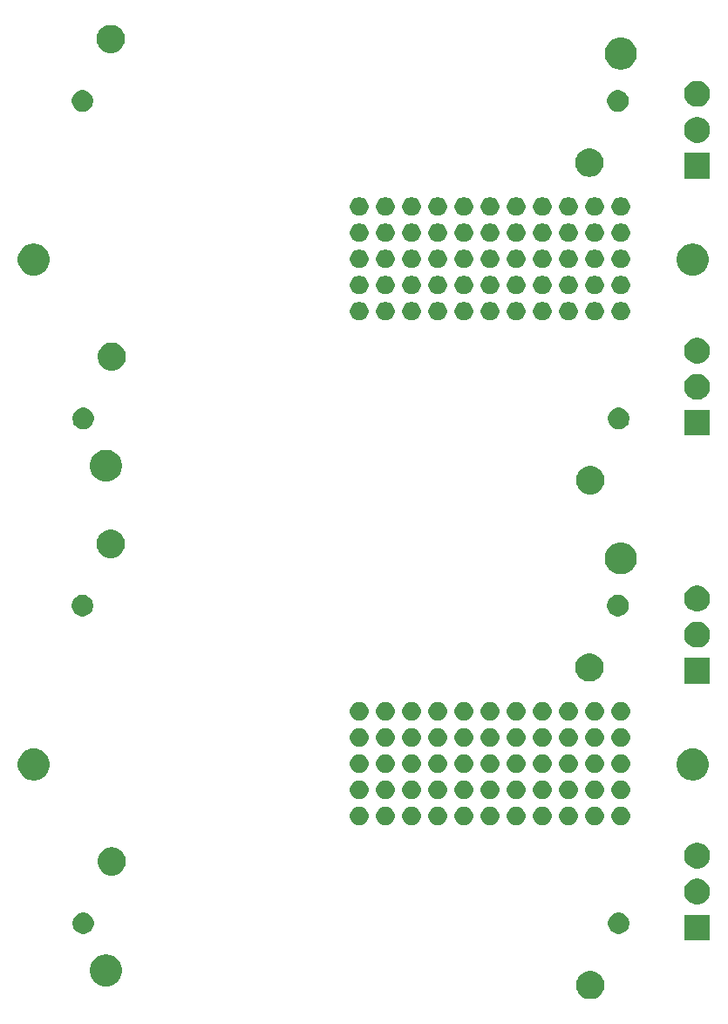
<source format=gbr>
G04 #@! TF.GenerationSoftware,KiCad,Pcbnew,5.1.5-52549c5~86~ubuntu18.04.1*
G04 #@! TF.CreationDate,2020-11-21T17:49:09-05:00*
G04 #@! TF.ProjectId,,58585858-5858-4585-9858-585858585858,rev?*
G04 #@! TF.SameCoordinates,Original*
G04 #@! TF.FileFunction,Soldermask,Top*
G04 #@! TF.FilePolarity,Negative*
%FSLAX46Y46*%
G04 Gerber Fmt 4.6, Leading zero omitted, Abs format (unit mm)*
G04 Created by KiCad (PCBNEW 5.1.5-52549c5~86~ubuntu18.04.1) date 2020-11-21 17:49:09*
%MOMM*%
%LPD*%
G04 APERTURE LIST*
%ADD10C,0.100000*%
G04 APERTURE END LIST*
D10*
G36*
X162557524Y-127252497D02*
G01*
X162784706Y-127297686D01*
X163034212Y-127401035D01*
X163258762Y-127551075D01*
X163449725Y-127742038D01*
X163599765Y-127966588D01*
X163703114Y-128216094D01*
X163755800Y-128480968D01*
X163755800Y-128751032D01*
X163703114Y-129015906D01*
X163599765Y-129265412D01*
X163449725Y-129489962D01*
X163258762Y-129680925D01*
X163034212Y-129830965D01*
X162784706Y-129934314D01*
X162557524Y-129979503D01*
X162519833Y-129987000D01*
X162249767Y-129987000D01*
X162212076Y-129979503D01*
X161984894Y-129934314D01*
X161735388Y-129830965D01*
X161510838Y-129680925D01*
X161319875Y-129489962D01*
X161169835Y-129265412D01*
X161066486Y-129015906D01*
X161013800Y-128751032D01*
X161013800Y-128480968D01*
X161066486Y-128216094D01*
X161169835Y-127966588D01*
X161319875Y-127742038D01*
X161510838Y-127551075D01*
X161735388Y-127401035D01*
X161984894Y-127297686D01*
X162212076Y-127252497D01*
X162249767Y-127245000D01*
X162519833Y-127245000D01*
X162557524Y-127252497D01*
G37*
G36*
X115647385Y-125684802D02*
G01*
X115797210Y-125714604D01*
X116079474Y-125831521D01*
X116333505Y-126001259D01*
X116549541Y-126217295D01*
X116719279Y-126471326D01*
X116836196Y-126753590D01*
X116895800Y-127053240D01*
X116895800Y-127358760D01*
X116836196Y-127658410D01*
X116719279Y-127940674D01*
X116549541Y-128194705D01*
X116333505Y-128410741D01*
X116079474Y-128580479D01*
X115797210Y-128697396D01*
X115647385Y-128727198D01*
X115497561Y-128757000D01*
X115192039Y-128757000D01*
X115042215Y-128727198D01*
X114892390Y-128697396D01*
X114610126Y-128580479D01*
X114356095Y-128410741D01*
X114140059Y-128194705D01*
X113970321Y-127940674D01*
X113853404Y-127658410D01*
X113793800Y-127358760D01*
X113793800Y-127053240D01*
X113853404Y-126753590D01*
X113970321Y-126471326D01*
X114140059Y-126217295D01*
X114356095Y-126001259D01*
X114610126Y-125831521D01*
X114892390Y-125714604D01*
X115042215Y-125684802D01*
X115192039Y-125655000D01*
X115497561Y-125655000D01*
X115647385Y-125684802D01*
G37*
G36*
X174005800Y-124292000D02*
G01*
X171503800Y-124292000D01*
X171503800Y-121790000D01*
X174005800Y-121790000D01*
X174005800Y-124292000D01*
G37*
G36*
X113451364Y-121610389D02*
G01*
X113642633Y-121689615D01*
X113642635Y-121689616D01*
X113792870Y-121790000D01*
X113814773Y-121804635D01*
X113961165Y-121951027D01*
X114076185Y-122123167D01*
X114155411Y-122314436D01*
X114195800Y-122517484D01*
X114195800Y-122724516D01*
X114155411Y-122927564D01*
X114076185Y-123118833D01*
X114076184Y-123118835D01*
X113961165Y-123290973D01*
X113814773Y-123437365D01*
X113642635Y-123552384D01*
X113642634Y-123552385D01*
X113642633Y-123552385D01*
X113451364Y-123631611D01*
X113248316Y-123672000D01*
X113041284Y-123672000D01*
X112838236Y-123631611D01*
X112646967Y-123552385D01*
X112646966Y-123552385D01*
X112646965Y-123552384D01*
X112474827Y-123437365D01*
X112328435Y-123290973D01*
X112213416Y-123118835D01*
X112213415Y-123118833D01*
X112134189Y-122927564D01*
X112093800Y-122724516D01*
X112093800Y-122517484D01*
X112134189Y-122314436D01*
X112213415Y-122123167D01*
X112328435Y-121951027D01*
X112474827Y-121804635D01*
X112496730Y-121790000D01*
X112646965Y-121689616D01*
X112646967Y-121689615D01*
X112838236Y-121610389D01*
X113041284Y-121570000D01*
X113248316Y-121570000D01*
X113451364Y-121610389D01*
G37*
G36*
X165441364Y-121610389D02*
G01*
X165632633Y-121689615D01*
X165632635Y-121689616D01*
X165782870Y-121790000D01*
X165804773Y-121804635D01*
X165951165Y-121951027D01*
X166066185Y-122123167D01*
X166145411Y-122314436D01*
X166185800Y-122517484D01*
X166185800Y-122724516D01*
X166145411Y-122927564D01*
X166066185Y-123118833D01*
X166066184Y-123118835D01*
X165951165Y-123290973D01*
X165804773Y-123437365D01*
X165632635Y-123552384D01*
X165632634Y-123552385D01*
X165632633Y-123552385D01*
X165441364Y-123631611D01*
X165238316Y-123672000D01*
X165031284Y-123672000D01*
X164828236Y-123631611D01*
X164636967Y-123552385D01*
X164636966Y-123552385D01*
X164636965Y-123552384D01*
X164464827Y-123437365D01*
X164318435Y-123290973D01*
X164203416Y-123118835D01*
X164203415Y-123118833D01*
X164124189Y-122927564D01*
X164083800Y-122724516D01*
X164083800Y-122517484D01*
X164124189Y-122314436D01*
X164203415Y-122123167D01*
X164318435Y-121951027D01*
X164464827Y-121804635D01*
X164486730Y-121790000D01*
X164636965Y-121689616D01*
X164636967Y-121689615D01*
X164828236Y-121610389D01*
X165031284Y-121570000D01*
X165238316Y-121570000D01*
X165441364Y-121610389D01*
G37*
G36*
X173119703Y-118338075D02*
G01*
X173347371Y-118432378D01*
X173552266Y-118569285D01*
X173726515Y-118743534D01*
X173863422Y-118948429D01*
X173957725Y-119176097D01*
X174005800Y-119417787D01*
X174005800Y-119664213D01*
X173957725Y-119905903D01*
X173863422Y-120133571D01*
X173726515Y-120338466D01*
X173552266Y-120512715D01*
X173347371Y-120649622D01*
X173347370Y-120649623D01*
X173347369Y-120649623D01*
X173119703Y-120743925D01*
X172878014Y-120792000D01*
X172631586Y-120792000D01*
X172389897Y-120743925D01*
X172162231Y-120649623D01*
X172162230Y-120649623D01*
X172162229Y-120649622D01*
X171957334Y-120512715D01*
X171783085Y-120338466D01*
X171646178Y-120133571D01*
X171551875Y-119905903D01*
X171503800Y-119664213D01*
X171503800Y-119417787D01*
X171551875Y-119176097D01*
X171646178Y-118948429D01*
X171783085Y-118743534D01*
X171957334Y-118569285D01*
X172162229Y-118432378D01*
X172389897Y-118338075D01*
X172631586Y-118290000D01*
X172878014Y-118290000D01*
X173119703Y-118338075D01*
G37*
G36*
X116077524Y-115262497D02*
G01*
X116304706Y-115307686D01*
X116554212Y-115411035D01*
X116778762Y-115561075D01*
X116969725Y-115752038D01*
X117119765Y-115976588D01*
X117223114Y-116226094D01*
X117275800Y-116490968D01*
X117275800Y-116761032D01*
X117223114Y-117025906D01*
X117119765Y-117275412D01*
X116969725Y-117499962D01*
X116778762Y-117690925D01*
X116554212Y-117840965D01*
X116304706Y-117944314D01*
X116077524Y-117989503D01*
X116039833Y-117997000D01*
X115769767Y-117997000D01*
X115732076Y-117989503D01*
X115504894Y-117944314D01*
X115255388Y-117840965D01*
X115030838Y-117690925D01*
X114839875Y-117499962D01*
X114689835Y-117275412D01*
X114586486Y-117025906D01*
X114533800Y-116761032D01*
X114533800Y-116490968D01*
X114586486Y-116226094D01*
X114689835Y-115976588D01*
X114839875Y-115752038D01*
X115030838Y-115561075D01*
X115255388Y-115411035D01*
X115504894Y-115307686D01*
X115732076Y-115262497D01*
X115769767Y-115255000D01*
X116039833Y-115255000D01*
X116077524Y-115262497D01*
G37*
G36*
X173119703Y-114838075D02*
G01*
X173347371Y-114932378D01*
X173552266Y-115069285D01*
X173726515Y-115243534D01*
X173838436Y-115411035D01*
X173863423Y-115448431D01*
X173957725Y-115676097D01*
X174005800Y-115917787D01*
X174005800Y-116164213D01*
X173957725Y-116405903D01*
X173863422Y-116633571D01*
X173726515Y-116838466D01*
X173552266Y-117012715D01*
X173347371Y-117149622D01*
X173347370Y-117149623D01*
X173347369Y-117149623D01*
X173119703Y-117243925D01*
X172878014Y-117292000D01*
X172631586Y-117292000D01*
X172389897Y-117243925D01*
X172162231Y-117149623D01*
X172162230Y-117149623D01*
X172162229Y-117149622D01*
X171957334Y-117012715D01*
X171783085Y-116838466D01*
X171646178Y-116633571D01*
X171551875Y-116405903D01*
X171503800Y-116164213D01*
X171503800Y-115917787D01*
X171551875Y-115676097D01*
X171646177Y-115448431D01*
X171671164Y-115411035D01*
X171783085Y-115243534D01*
X171957334Y-115069285D01*
X172162229Y-114932378D01*
X172389897Y-114838075D01*
X172631586Y-114790000D01*
X172878014Y-114790000D01*
X173119703Y-114838075D01*
G37*
G36*
X165453312Y-111314927D02*
G01*
X165602612Y-111344624D01*
X165766584Y-111412544D01*
X165914154Y-111511147D01*
X166039653Y-111636646D01*
X166138256Y-111784216D01*
X166206176Y-111948188D01*
X166240800Y-112122259D01*
X166240800Y-112299741D01*
X166206176Y-112473812D01*
X166138256Y-112637784D01*
X166039653Y-112785354D01*
X165914154Y-112910853D01*
X165766584Y-113009456D01*
X165602612Y-113077376D01*
X165453312Y-113107073D01*
X165428542Y-113112000D01*
X165251058Y-113112000D01*
X165226288Y-113107073D01*
X165076988Y-113077376D01*
X164913016Y-113009456D01*
X164765446Y-112910853D01*
X164639947Y-112785354D01*
X164541344Y-112637784D01*
X164473424Y-112473812D01*
X164438800Y-112299741D01*
X164438800Y-112122259D01*
X164473424Y-111948188D01*
X164541344Y-111784216D01*
X164639947Y-111636646D01*
X164765446Y-111511147D01*
X164913016Y-111412544D01*
X165076988Y-111344624D01*
X165226288Y-111314927D01*
X165251058Y-111310000D01*
X165428542Y-111310000D01*
X165453312Y-111314927D01*
G37*
G36*
X140053312Y-111314927D02*
G01*
X140202612Y-111344624D01*
X140366584Y-111412544D01*
X140514154Y-111511147D01*
X140639653Y-111636646D01*
X140738256Y-111784216D01*
X140806176Y-111948188D01*
X140840800Y-112122259D01*
X140840800Y-112299741D01*
X140806176Y-112473812D01*
X140738256Y-112637784D01*
X140639653Y-112785354D01*
X140514154Y-112910853D01*
X140366584Y-113009456D01*
X140202612Y-113077376D01*
X140053312Y-113107073D01*
X140028542Y-113112000D01*
X139851058Y-113112000D01*
X139826288Y-113107073D01*
X139676988Y-113077376D01*
X139513016Y-113009456D01*
X139365446Y-112910853D01*
X139239947Y-112785354D01*
X139141344Y-112637784D01*
X139073424Y-112473812D01*
X139038800Y-112299741D01*
X139038800Y-112122259D01*
X139073424Y-111948188D01*
X139141344Y-111784216D01*
X139239947Y-111636646D01*
X139365446Y-111511147D01*
X139513016Y-111412544D01*
X139676988Y-111344624D01*
X139826288Y-111314927D01*
X139851058Y-111310000D01*
X140028542Y-111310000D01*
X140053312Y-111314927D01*
G37*
G36*
X142593312Y-111314927D02*
G01*
X142742612Y-111344624D01*
X142906584Y-111412544D01*
X143054154Y-111511147D01*
X143179653Y-111636646D01*
X143278256Y-111784216D01*
X143346176Y-111948188D01*
X143380800Y-112122259D01*
X143380800Y-112299741D01*
X143346176Y-112473812D01*
X143278256Y-112637784D01*
X143179653Y-112785354D01*
X143054154Y-112910853D01*
X142906584Y-113009456D01*
X142742612Y-113077376D01*
X142593312Y-113107073D01*
X142568542Y-113112000D01*
X142391058Y-113112000D01*
X142366288Y-113107073D01*
X142216988Y-113077376D01*
X142053016Y-113009456D01*
X141905446Y-112910853D01*
X141779947Y-112785354D01*
X141681344Y-112637784D01*
X141613424Y-112473812D01*
X141578800Y-112299741D01*
X141578800Y-112122259D01*
X141613424Y-111948188D01*
X141681344Y-111784216D01*
X141779947Y-111636646D01*
X141905446Y-111511147D01*
X142053016Y-111412544D01*
X142216988Y-111344624D01*
X142366288Y-111314927D01*
X142391058Y-111310000D01*
X142568542Y-111310000D01*
X142593312Y-111314927D01*
G37*
G36*
X145133312Y-111314927D02*
G01*
X145282612Y-111344624D01*
X145446584Y-111412544D01*
X145594154Y-111511147D01*
X145719653Y-111636646D01*
X145818256Y-111784216D01*
X145886176Y-111948188D01*
X145920800Y-112122259D01*
X145920800Y-112299741D01*
X145886176Y-112473812D01*
X145818256Y-112637784D01*
X145719653Y-112785354D01*
X145594154Y-112910853D01*
X145446584Y-113009456D01*
X145282612Y-113077376D01*
X145133312Y-113107073D01*
X145108542Y-113112000D01*
X144931058Y-113112000D01*
X144906288Y-113107073D01*
X144756988Y-113077376D01*
X144593016Y-113009456D01*
X144445446Y-112910853D01*
X144319947Y-112785354D01*
X144221344Y-112637784D01*
X144153424Y-112473812D01*
X144118800Y-112299741D01*
X144118800Y-112122259D01*
X144153424Y-111948188D01*
X144221344Y-111784216D01*
X144319947Y-111636646D01*
X144445446Y-111511147D01*
X144593016Y-111412544D01*
X144756988Y-111344624D01*
X144906288Y-111314927D01*
X144931058Y-111310000D01*
X145108542Y-111310000D01*
X145133312Y-111314927D01*
G37*
G36*
X147673312Y-111314927D02*
G01*
X147822612Y-111344624D01*
X147986584Y-111412544D01*
X148134154Y-111511147D01*
X148259653Y-111636646D01*
X148358256Y-111784216D01*
X148426176Y-111948188D01*
X148460800Y-112122259D01*
X148460800Y-112299741D01*
X148426176Y-112473812D01*
X148358256Y-112637784D01*
X148259653Y-112785354D01*
X148134154Y-112910853D01*
X147986584Y-113009456D01*
X147822612Y-113077376D01*
X147673312Y-113107073D01*
X147648542Y-113112000D01*
X147471058Y-113112000D01*
X147446288Y-113107073D01*
X147296988Y-113077376D01*
X147133016Y-113009456D01*
X146985446Y-112910853D01*
X146859947Y-112785354D01*
X146761344Y-112637784D01*
X146693424Y-112473812D01*
X146658800Y-112299741D01*
X146658800Y-112122259D01*
X146693424Y-111948188D01*
X146761344Y-111784216D01*
X146859947Y-111636646D01*
X146985446Y-111511147D01*
X147133016Y-111412544D01*
X147296988Y-111344624D01*
X147446288Y-111314927D01*
X147471058Y-111310000D01*
X147648542Y-111310000D01*
X147673312Y-111314927D01*
G37*
G36*
X160373312Y-111314927D02*
G01*
X160522612Y-111344624D01*
X160686584Y-111412544D01*
X160834154Y-111511147D01*
X160959653Y-111636646D01*
X161058256Y-111784216D01*
X161126176Y-111948188D01*
X161160800Y-112122259D01*
X161160800Y-112299741D01*
X161126176Y-112473812D01*
X161058256Y-112637784D01*
X160959653Y-112785354D01*
X160834154Y-112910853D01*
X160686584Y-113009456D01*
X160522612Y-113077376D01*
X160373312Y-113107073D01*
X160348542Y-113112000D01*
X160171058Y-113112000D01*
X160146288Y-113107073D01*
X159996988Y-113077376D01*
X159833016Y-113009456D01*
X159685446Y-112910853D01*
X159559947Y-112785354D01*
X159461344Y-112637784D01*
X159393424Y-112473812D01*
X159358800Y-112299741D01*
X159358800Y-112122259D01*
X159393424Y-111948188D01*
X159461344Y-111784216D01*
X159559947Y-111636646D01*
X159685446Y-111511147D01*
X159833016Y-111412544D01*
X159996988Y-111344624D01*
X160146288Y-111314927D01*
X160171058Y-111310000D01*
X160348542Y-111310000D01*
X160373312Y-111314927D01*
G37*
G36*
X157833312Y-111314927D02*
G01*
X157982612Y-111344624D01*
X158146584Y-111412544D01*
X158294154Y-111511147D01*
X158419653Y-111636646D01*
X158518256Y-111784216D01*
X158586176Y-111948188D01*
X158620800Y-112122259D01*
X158620800Y-112299741D01*
X158586176Y-112473812D01*
X158518256Y-112637784D01*
X158419653Y-112785354D01*
X158294154Y-112910853D01*
X158146584Y-113009456D01*
X157982612Y-113077376D01*
X157833312Y-113107073D01*
X157808542Y-113112000D01*
X157631058Y-113112000D01*
X157606288Y-113107073D01*
X157456988Y-113077376D01*
X157293016Y-113009456D01*
X157145446Y-112910853D01*
X157019947Y-112785354D01*
X156921344Y-112637784D01*
X156853424Y-112473812D01*
X156818800Y-112299741D01*
X156818800Y-112122259D01*
X156853424Y-111948188D01*
X156921344Y-111784216D01*
X157019947Y-111636646D01*
X157145446Y-111511147D01*
X157293016Y-111412544D01*
X157456988Y-111344624D01*
X157606288Y-111314927D01*
X157631058Y-111310000D01*
X157808542Y-111310000D01*
X157833312Y-111314927D01*
G37*
G36*
X155293312Y-111314927D02*
G01*
X155442612Y-111344624D01*
X155606584Y-111412544D01*
X155754154Y-111511147D01*
X155879653Y-111636646D01*
X155978256Y-111784216D01*
X156046176Y-111948188D01*
X156080800Y-112122259D01*
X156080800Y-112299741D01*
X156046176Y-112473812D01*
X155978256Y-112637784D01*
X155879653Y-112785354D01*
X155754154Y-112910853D01*
X155606584Y-113009456D01*
X155442612Y-113077376D01*
X155293312Y-113107073D01*
X155268542Y-113112000D01*
X155091058Y-113112000D01*
X155066288Y-113107073D01*
X154916988Y-113077376D01*
X154753016Y-113009456D01*
X154605446Y-112910853D01*
X154479947Y-112785354D01*
X154381344Y-112637784D01*
X154313424Y-112473812D01*
X154278800Y-112299741D01*
X154278800Y-112122259D01*
X154313424Y-111948188D01*
X154381344Y-111784216D01*
X154479947Y-111636646D01*
X154605446Y-111511147D01*
X154753016Y-111412544D01*
X154916988Y-111344624D01*
X155066288Y-111314927D01*
X155091058Y-111310000D01*
X155268542Y-111310000D01*
X155293312Y-111314927D01*
G37*
G36*
X152753312Y-111314927D02*
G01*
X152902612Y-111344624D01*
X153066584Y-111412544D01*
X153214154Y-111511147D01*
X153339653Y-111636646D01*
X153438256Y-111784216D01*
X153506176Y-111948188D01*
X153540800Y-112122259D01*
X153540800Y-112299741D01*
X153506176Y-112473812D01*
X153438256Y-112637784D01*
X153339653Y-112785354D01*
X153214154Y-112910853D01*
X153066584Y-113009456D01*
X152902612Y-113077376D01*
X152753312Y-113107073D01*
X152728542Y-113112000D01*
X152551058Y-113112000D01*
X152526288Y-113107073D01*
X152376988Y-113077376D01*
X152213016Y-113009456D01*
X152065446Y-112910853D01*
X151939947Y-112785354D01*
X151841344Y-112637784D01*
X151773424Y-112473812D01*
X151738800Y-112299741D01*
X151738800Y-112122259D01*
X151773424Y-111948188D01*
X151841344Y-111784216D01*
X151939947Y-111636646D01*
X152065446Y-111511147D01*
X152213016Y-111412544D01*
X152376988Y-111344624D01*
X152526288Y-111314927D01*
X152551058Y-111310000D01*
X152728542Y-111310000D01*
X152753312Y-111314927D01*
G37*
G36*
X162913312Y-111314927D02*
G01*
X163062612Y-111344624D01*
X163226584Y-111412544D01*
X163374154Y-111511147D01*
X163499653Y-111636646D01*
X163598256Y-111784216D01*
X163666176Y-111948188D01*
X163700800Y-112122259D01*
X163700800Y-112299741D01*
X163666176Y-112473812D01*
X163598256Y-112637784D01*
X163499653Y-112785354D01*
X163374154Y-112910853D01*
X163226584Y-113009456D01*
X163062612Y-113077376D01*
X162913312Y-113107073D01*
X162888542Y-113112000D01*
X162711058Y-113112000D01*
X162686288Y-113107073D01*
X162536988Y-113077376D01*
X162373016Y-113009456D01*
X162225446Y-112910853D01*
X162099947Y-112785354D01*
X162001344Y-112637784D01*
X161933424Y-112473812D01*
X161898800Y-112299741D01*
X161898800Y-112122259D01*
X161933424Y-111948188D01*
X162001344Y-111784216D01*
X162099947Y-111636646D01*
X162225446Y-111511147D01*
X162373016Y-111412544D01*
X162536988Y-111344624D01*
X162686288Y-111314927D01*
X162711058Y-111310000D01*
X162888542Y-111310000D01*
X162913312Y-111314927D01*
G37*
G36*
X150213312Y-111314927D02*
G01*
X150362612Y-111344624D01*
X150526584Y-111412544D01*
X150674154Y-111511147D01*
X150799653Y-111636646D01*
X150898256Y-111784216D01*
X150966176Y-111948188D01*
X151000800Y-112122259D01*
X151000800Y-112299741D01*
X150966176Y-112473812D01*
X150898256Y-112637784D01*
X150799653Y-112785354D01*
X150674154Y-112910853D01*
X150526584Y-113009456D01*
X150362612Y-113077376D01*
X150213312Y-113107073D01*
X150188542Y-113112000D01*
X150011058Y-113112000D01*
X149986288Y-113107073D01*
X149836988Y-113077376D01*
X149673016Y-113009456D01*
X149525446Y-112910853D01*
X149399947Y-112785354D01*
X149301344Y-112637784D01*
X149233424Y-112473812D01*
X149198800Y-112299741D01*
X149198800Y-112122259D01*
X149233424Y-111948188D01*
X149301344Y-111784216D01*
X149399947Y-111636646D01*
X149525446Y-111511147D01*
X149673016Y-111412544D01*
X149836988Y-111344624D01*
X149986288Y-111314927D01*
X150011058Y-111310000D01*
X150188542Y-111310000D01*
X150213312Y-111314927D01*
G37*
G36*
X140053312Y-108774927D02*
G01*
X140202612Y-108804624D01*
X140366584Y-108872544D01*
X140514154Y-108971147D01*
X140639653Y-109096646D01*
X140738256Y-109244216D01*
X140806176Y-109408188D01*
X140840800Y-109582259D01*
X140840800Y-109759741D01*
X140806176Y-109933812D01*
X140738256Y-110097784D01*
X140639653Y-110245354D01*
X140514154Y-110370853D01*
X140366584Y-110469456D01*
X140202612Y-110537376D01*
X140053312Y-110567073D01*
X140028542Y-110572000D01*
X139851058Y-110572000D01*
X139826288Y-110567073D01*
X139676988Y-110537376D01*
X139513016Y-110469456D01*
X139365446Y-110370853D01*
X139239947Y-110245354D01*
X139141344Y-110097784D01*
X139073424Y-109933812D01*
X139038800Y-109759741D01*
X139038800Y-109582259D01*
X139073424Y-109408188D01*
X139141344Y-109244216D01*
X139239947Y-109096646D01*
X139365446Y-108971147D01*
X139513016Y-108872544D01*
X139676988Y-108804624D01*
X139826288Y-108774927D01*
X139851058Y-108770000D01*
X140028542Y-108770000D01*
X140053312Y-108774927D01*
G37*
G36*
X162913312Y-108774927D02*
G01*
X163062612Y-108804624D01*
X163226584Y-108872544D01*
X163374154Y-108971147D01*
X163499653Y-109096646D01*
X163598256Y-109244216D01*
X163666176Y-109408188D01*
X163700800Y-109582259D01*
X163700800Y-109759741D01*
X163666176Y-109933812D01*
X163598256Y-110097784D01*
X163499653Y-110245354D01*
X163374154Y-110370853D01*
X163226584Y-110469456D01*
X163062612Y-110537376D01*
X162913312Y-110567073D01*
X162888542Y-110572000D01*
X162711058Y-110572000D01*
X162686288Y-110567073D01*
X162536988Y-110537376D01*
X162373016Y-110469456D01*
X162225446Y-110370853D01*
X162099947Y-110245354D01*
X162001344Y-110097784D01*
X161933424Y-109933812D01*
X161898800Y-109759741D01*
X161898800Y-109582259D01*
X161933424Y-109408188D01*
X162001344Y-109244216D01*
X162099947Y-109096646D01*
X162225446Y-108971147D01*
X162373016Y-108872544D01*
X162536988Y-108804624D01*
X162686288Y-108774927D01*
X162711058Y-108770000D01*
X162888542Y-108770000D01*
X162913312Y-108774927D01*
G37*
G36*
X160373312Y-108774927D02*
G01*
X160522612Y-108804624D01*
X160686584Y-108872544D01*
X160834154Y-108971147D01*
X160959653Y-109096646D01*
X161058256Y-109244216D01*
X161126176Y-109408188D01*
X161160800Y-109582259D01*
X161160800Y-109759741D01*
X161126176Y-109933812D01*
X161058256Y-110097784D01*
X160959653Y-110245354D01*
X160834154Y-110370853D01*
X160686584Y-110469456D01*
X160522612Y-110537376D01*
X160373312Y-110567073D01*
X160348542Y-110572000D01*
X160171058Y-110572000D01*
X160146288Y-110567073D01*
X159996988Y-110537376D01*
X159833016Y-110469456D01*
X159685446Y-110370853D01*
X159559947Y-110245354D01*
X159461344Y-110097784D01*
X159393424Y-109933812D01*
X159358800Y-109759741D01*
X159358800Y-109582259D01*
X159393424Y-109408188D01*
X159461344Y-109244216D01*
X159559947Y-109096646D01*
X159685446Y-108971147D01*
X159833016Y-108872544D01*
X159996988Y-108804624D01*
X160146288Y-108774927D01*
X160171058Y-108770000D01*
X160348542Y-108770000D01*
X160373312Y-108774927D01*
G37*
G36*
X157833312Y-108774927D02*
G01*
X157982612Y-108804624D01*
X158146584Y-108872544D01*
X158294154Y-108971147D01*
X158419653Y-109096646D01*
X158518256Y-109244216D01*
X158586176Y-109408188D01*
X158620800Y-109582259D01*
X158620800Y-109759741D01*
X158586176Y-109933812D01*
X158518256Y-110097784D01*
X158419653Y-110245354D01*
X158294154Y-110370853D01*
X158146584Y-110469456D01*
X157982612Y-110537376D01*
X157833312Y-110567073D01*
X157808542Y-110572000D01*
X157631058Y-110572000D01*
X157606288Y-110567073D01*
X157456988Y-110537376D01*
X157293016Y-110469456D01*
X157145446Y-110370853D01*
X157019947Y-110245354D01*
X156921344Y-110097784D01*
X156853424Y-109933812D01*
X156818800Y-109759741D01*
X156818800Y-109582259D01*
X156853424Y-109408188D01*
X156921344Y-109244216D01*
X157019947Y-109096646D01*
X157145446Y-108971147D01*
X157293016Y-108872544D01*
X157456988Y-108804624D01*
X157606288Y-108774927D01*
X157631058Y-108770000D01*
X157808542Y-108770000D01*
X157833312Y-108774927D01*
G37*
G36*
X155293312Y-108774927D02*
G01*
X155442612Y-108804624D01*
X155606584Y-108872544D01*
X155754154Y-108971147D01*
X155879653Y-109096646D01*
X155978256Y-109244216D01*
X156046176Y-109408188D01*
X156080800Y-109582259D01*
X156080800Y-109759741D01*
X156046176Y-109933812D01*
X155978256Y-110097784D01*
X155879653Y-110245354D01*
X155754154Y-110370853D01*
X155606584Y-110469456D01*
X155442612Y-110537376D01*
X155293312Y-110567073D01*
X155268542Y-110572000D01*
X155091058Y-110572000D01*
X155066288Y-110567073D01*
X154916988Y-110537376D01*
X154753016Y-110469456D01*
X154605446Y-110370853D01*
X154479947Y-110245354D01*
X154381344Y-110097784D01*
X154313424Y-109933812D01*
X154278800Y-109759741D01*
X154278800Y-109582259D01*
X154313424Y-109408188D01*
X154381344Y-109244216D01*
X154479947Y-109096646D01*
X154605446Y-108971147D01*
X154753016Y-108872544D01*
X154916988Y-108804624D01*
X155066288Y-108774927D01*
X155091058Y-108770000D01*
X155268542Y-108770000D01*
X155293312Y-108774927D01*
G37*
G36*
X152753312Y-108774927D02*
G01*
X152902612Y-108804624D01*
X153066584Y-108872544D01*
X153214154Y-108971147D01*
X153339653Y-109096646D01*
X153438256Y-109244216D01*
X153506176Y-109408188D01*
X153540800Y-109582259D01*
X153540800Y-109759741D01*
X153506176Y-109933812D01*
X153438256Y-110097784D01*
X153339653Y-110245354D01*
X153214154Y-110370853D01*
X153066584Y-110469456D01*
X152902612Y-110537376D01*
X152753312Y-110567073D01*
X152728542Y-110572000D01*
X152551058Y-110572000D01*
X152526288Y-110567073D01*
X152376988Y-110537376D01*
X152213016Y-110469456D01*
X152065446Y-110370853D01*
X151939947Y-110245354D01*
X151841344Y-110097784D01*
X151773424Y-109933812D01*
X151738800Y-109759741D01*
X151738800Y-109582259D01*
X151773424Y-109408188D01*
X151841344Y-109244216D01*
X151939947Y-109096646D01*
X152065446Y-108971147D01*
X152213016Y-108872544D01*
X152376988Y-108804624D01*
X152526288Y-108774927D01*
X152551058Y-108770000D01*
X152728542Y-108770000D01*
X152753312Y-108774927D01*
G37*
G36*
X150213312Y-108774927D02*
G01*
X150362612Y-108804624D01*
X150526584Y-108872544D01*
X150674154Y-108971147D01*
X150799653Y-109096646D01*
X150898256Y-109244216D01*
X150966176Y-109408188D01*
X151000800Y-109582259D01*
X151000800Y-109759741D01*
X150966176Y-109933812D01*
X150898256Y-110097784D01*
X150799653Y-110245354D01*
X150674154Y-110370853D01*
X150526584Y-110469456D01*
X150362612Y-110537376D01*
X150213312Y-110567073D01*
X150188542Y-110572000D01*
X150011058Y-110572000D01*
X149986288Y-110567073D01*
X149836988Y-110537376D01*
X149673016Y-110469456D01*
X149525446Y-110370853D01*
X149399947Y-110245354D01*
X149301344Y-110097784D01*
X149233424Y-109933812D01*
X149198800Y-109759741D01*
X149198800Y-109582259D01*
X149233424Y-109408188D01*
X149301344Y-109244216D01*
X149399947Y-109096646D01*
X149525446Y-108971147D01*
X149673016Y-108872544D01*
X149836988Y-108804624D01*
X149986288Y-108774927D01*
X150011058Y-108770000D01*
X150188542Y-108770000D01*
X150213312Y-108774927D01*
G37*
G36*
X147673312Y-108774927D02*
G01*
X147822612Y-108804624D01*
X147986584Y-108872544D01*
X148134154Y-108971147D01*
X148259653Y-109096646D01*
X148358256Y-109244216D01*
X148426176Y-109408188D01*
X148460800Y-109582259D01*
X148460800Y-109759741D01*
X148426176Y-109933812D01*
X148358256Y-110097784D01*
X148259653Y-110245354D01*
X148134154Y-110370853D01*
X147986584Y-110469456D01*
X147822612Y-110537376D01*
X147673312Y-110567073D01*
X147648542Y-110572000D01*
X147471058Y-110572000D01*
X147446288Y-110567073D01*
X147296988Y-110537376D01*
X147133016Y-110469456D01*
X146985446Y-110370853D01*
X146859947Y-110245354D01*
X146761344Y-110097784D01*
X146693424Y-109933812D01*
X146658800Y-109759741D01*
X146658800Y-109582259D01*
X146693424Y-109408188D01*
X146761344Y-109244216D01*
X146859947Y-109096646D01*
X146985446Y-108971147D01*
X147133016Y-108872544D01*
X147296988Y-108804624D01*
X147446288Y-108774927D01*
X147471058Y-108770000D01*
X147648542Y-108770000D01*
X147673312Y-108774927D01*
G37*
G36*
X145133312Y-108774927D02*
G01*
X145282612Y-108804624D01*
X145446584Y-108872544D01*
X145594154Y-108971147D01*
X145719653Y-109096646D01*
X145818256Y-109244216D01*
X145886176Y-109408188D01*
X145920800Y-109582259D01*
X145920800Y-109759741D01*
X145886176Y-109933812D01*
X145818256Y-110097784D01*
X145719653Y-110245354D01*
X145594154Y-110370853D01*
X145446584Y-110469456D01*
X145282612Y-110537376D01*
X145133312Y-110567073D01*
X145108542Y-110572000D01*
X144931058Y-110572000D01*
X144906288Y-110567073D01*
X144756988Y-110537376D01*
X144593016Y-110469456D01*
X144445446Y-110370853D01*
X144319947Y-110245354D01*
X144221344Y-110097784D01*
X144153424Y-109933812D01*
X144118800Y-109759741D01*
X144118800Y-109582259D01*
X144153424Y-109408188D01*
X144221344Y-109244216D01*
X144319947Y-109096646D01*
X144445446Y-108971147D01*
X144593016Y-108872544D01*
X144756988Y-108804624D01*
X144906288Y-108774927D01*
X144931058Y-108770000D01*
X145108542Y-108770000D01*
X145133312Y-108774927D01*
G37*
G36*
X142593312Y-108774927D02*
G01*
X142742612Y-108804624D01*
X142906584Y-108872544D01*
X143054154Y-108971147D01*
X143179653Y-109096646D01*
X143278256Y-109244216D01*
X143346176Y-109408188D01*
X143380800Y-109582259D01*
X143380800Y-109759741D01*
X143346176Y-109933812D01*
X143278256Y-110097784D01*
X143179653Y-110245354D01*
X143054154Y-110370853D01*
X142906584Y-110469456D01*
X142742612Y-110537376D01*
X142593312Y-110567073D01*
X142568542Y-110572000D01*
X142391058Y-110572000D01*
X142366288Y-110567073D01*
X142216988Y-110537376D01*
X142053016Y-110469456D01*
X141905446Y-110370853D01*
X141779947Y-110245354D01*
X141681344Y-110097784D01*
X141613424Y-109933812D01*
X141578800Y-109759741D01*
X141578800Y-109582259D01*
X141613424Y-109408188D01*
X141681344Y-109244216D01*
X141779947Y-109096646D01*
X141905446Y-108971147D01*
X142053016Y-108872544D01*
X142216988Y-108804624D01*
X142366288Y-108774927D01*
X142391058Y-108770000D01*
X142568542Y-108770000D01*
X142593312Y-108774927D01*
G37*
G36*
X165453312Y-108774927D02*
G01*
X165602612Y-108804624D01*
X165766584Y-108872544D01*
X165914154Y-108971147D01*
X166039653Y-109096646D01*
X166138256Y-109244216D01*
X166206176Y-109408188D01*
X166240800Y-109582259D01*
X166240800Y-109759741D01*
X166206176Y-109933812D01*
X166138256Y-110097784D01*
X166039653Y-110245354D01*
X165914154Y-110370853D01*
X165766584Y-110469456D01*
X165602612Y-110537376D01*
X165453312Y-110567073D01*
X165428542Y-110572000D01*
X165251058Y-110572000D01*
X165226288Y-110567073D01*
X165076988Y-110537376D01*
X164913016Y-110469456D01*
X164765446Y-110370853D01*
X164639947Y-110245354D01*
X164541344Y-110097784D01*
X164473424Y-109933812D01*
X164438800Y-109759741D01*
X164438800Y-109582259D01*
X164473424Y-109408188D01*
X164541344Y-109244216D01*
X164639947Y-109096646D01*
X164765446Y-108971147D01*
X164913016Y-108872544D01*
X165076988Y-108804624D01*
X165226288Y-108774927D01*
X165251058Y-108770000D01*
X165428542Y-108770000D01*
X165453312Y-108774927D01*
G37*
G36*
X108647385Y-105684802D02*
G01*
X108797210Y-105714604D01*
X109079474Y-105831521D01*
X109333505Y-106001259D01*
X109549541Y-106217295D01*
X109719279Y-106471326D01*
X109836196Y-106753590D01*
X109895800Y-107053240D01*
X109895800Y-107358760D01*
X109836196Y-107658410D01*
X109719279Y-107940674D01*
X109549541Y-108194705D01*
X109333505Y-108410741D01*
X109079474Y-108580479D01*
X108797210Y-108697396D01*
X108647385Y-108727198D01*
X108497561Y-108757000D01*
X108192039Y-108757000D01*
X108042215Y-108727198D01*
X107892390Y-108697396D01*
X107610126Y-108580479D01*
X107356095Y-108410741D01*
X107140059Y-108194705D01*
X106970321Y-107940674D01*
X106853404Y-107658410D01*
X106793800Y-107358760D01*
X106793800Y-107053240D01*
X106853404Y-106753590D01*
X106970321Y-106471326D01*
X107140059Y-106217295D01*
X107356095Y-106001259D01*
X107610126Y-105831521D01*
X107892390Y-105714604D01*
X108042215Y-105684802D01*
X108192039Y-105655000D01*
X108497561Y-105655000D01*
X108647385Y-105684802D01*
G37*
G36*
X172647385Y-105684802D02*
G01*
X172797210Y-105714604D01*
X173079474Y-105831521D01*
X173333505Y-106001259D01*
X173549541Y-106217295D01*
X173719279Y-106471326D01*
X173836196Y-106753590D01*
X173895800Y-107053240D01*
X173895800Y-107358760D01*
X173836196Y-107658410D01*
X173719279Y-107940674D01*
X173549541Y-108194705D01*
X173333505Y-108410741D01*
X173079474Y-108580479D01*
X172797210Y-108697396D01*
X172647385Y-108727198D01*
X172497561Y-108757000D01*
X172192039Y-108757000D01*
X172042215Y-108727198D01*
X171892390Y-108697396D01*
X171610126Y-108580479D01*
X171356095Y-108410741D01*
X171140059Y-108194705D01*
X170970321Y-107940674D01*
X170853404Y-107658410D01*
X170793800Y-107358760D01*
X170793800Y-107053240D01*
X170853404Y-106753590D01*
X170970321Y-106471326D01*
X171140059Y-106217295D01*
X171356095Y-106001259D01*
X171610126Y-105831521D01*
X171892390Y-105714604D01*
X172042215Y-105684802D01*
X172192039Y-105655000D01*
X172497561Y-105655000D01*
X172647385Y-105684802D01*
G37*
G36*
X152753312Y-106234927D02*
G01*
X152902612Y-106264624D01*
X153066584Y-106332544D01*
X153214154Y-106431147D01*
X153339653Y-106556646D01*
X153438256Y-106704216D01*
X153506176Y-106868188D01*
X153540800Y-107042259D01*
X153540800Y-107219741D01*
X153506176Y-107393812D01*
X153438256Y-107557784D01*
X153339653Y-107705354D01*
X153214154Y-107830853D01*
X153066584Y-107929456D01*
X152902612Y-107997376D01*
X152753312Y-108027073D01*
X152728542Y-108032000D01*
X152551058Y-108032000D01*
X152526288Y-108027073D01*
X152376988Y-107997376D01*
X152213016Y-107929456D01*
X152065446Y-107830853D01*
X151939947Y-107705354D01*
X151841344Y-107557784D01*
X151773424Y-107393812D01*
X151738800Y-107219741D01*
X151738800Y-107042259D01*
X151773424Y-106868188D01*
X151841344Y-106704216D01*
X151939947Y-106556646D01*
X152065446Y-106431147D01*
X152213016Y-106332544D01*
X152376988Y-106264624D01*
X152526288Y-106234927D01*
X152551058Y-106230000D01*
X152728542Y-106230000D01*
X152753312Y-106234927D01*
G37*
G36*
X150213312Y-106234927D02*
G01*
X150362612Y-106264624D01*
X150526584Y-106332544D01*
X150674154Y-106431147D01*
X150799653Y-106556646D01*
X150898256Y-106704216D01*
X150966176Y-106868188D01*
X151000800Y-107042259D01*
X151000800Y-107219741D01*
X150966176Y-107393812D01*
X150898256Y-107557784D01*
X150799653Y-107705354D01*
X150674154Y-107830853D01*
X150526584Y-107929456D01*
X150362612Y-107997376D01*
X150213312Y-108027073D01*
X150188542Y-108032000D01*
X150011058Y-108032000D01*
X149986288Y-108027073D01*
X149836988Y-107997376D01*
X149673016Y-107929456D01*
X149525446Y-107830853D01*
X149399947Y-107705354D01*
X149301344Y-107557784D01*
X149233424Y-107393812D01*
X149198800Y-107219741D01*
X149198800Y-107042259D01*
X149233424Y-106868188D01*
X149301344Y-106704216D01*
X149399947Y-106556646D01*
X149525446Y-106431147D01*
X149673016Y-106332544D01*
X149836988Y-106264624D01*
X149986288Y-106234927D01*
X150011058Y-106230000D01*
X150188542Y-106230000D01*
X150213312Y-106234927D01*
G37*
G36*
X147673312Y-106234927D02*
G01*
X147822612Y-106264624D01*
X147986584Y-106332544D01*
X148134154Y-106431147D01*
X148259653Y-106556646D01*
X148358256Y-106704216D01*
X148426176Y-106868188D01*
X148460800Y-107042259D01*
X148460800Y-107219741D01*
X148426176Y-107393812D01*
X148358256Y-107557784D01*
X148259653Y-107705354D01*
X148134154Y-107830853D01*
X147986584Y-107929456D01*
X147822612Y-107997376D01*
X147673312Y-108027073D01*
X147648542Y-108032000D01*
X147471058Y-108032000D01*
X147446288Y-108027073D01*
X147296988Y-107997376D01*
X147133016Y-107929456D01*
X146985446Y-107830853D01*
X146859947Y-107705354D01*
X146761344Y-107557784D01*
X146693424Y-107393812D01*
X146658800Y-107219741D01*
X146658800Y-107042259D01*
X146693424Y-106868188D01*
X146761344Y-106704216D01*
X146859947Y-106556646D01*
X146985446Y-106431147D01*
X147133016Y-106332544D01*
X147296988Y-106264624D01*
X147446288Y-106234927D01*
X147471058Y-106230000D01*
X147648542Y-106230000D01*
X147673312Y-106234927D01*
G37*
G36*
X142593312Y-106234927D02*
G01*
X142742612Y-106264624D01*
X142906584Y-106332544D01*
X143054154Y-106431147D01*
X143179653Y-106556646D01*
X143278256Y-106704216D01*
X143346176Y-106868188D01*
X143380800Y-107042259D01*
X143380800Y-107219741D01*
X143346176Y-107393812D01*
X143278256Y-107557784D01*
X143179653Y-107705354D01*
X143054154Y-107830853D01*
X142906584Y-107929456D01*
X142742612Y-107997376D01*
X142593312Y-108027073D01*
X142568542Y-108032000D01*
X142391058Y-108032000D01*
X142366288Y-108027073D01*
X142216988Y-107997376D01*
X142053016Y-107929456D01*
X141905446Y-107830853D01*
X141779947Y-107705354D01*
X141681344Y-107557784D01*
X141613424Y-107393812D01*
X141578800Y-107219741D01*
X141578800Y-107042259D01*
X141613424Y-106868188D01*
X141681344Y-106704216D01*
X141779947Y-106556646D01*
X141905446Y-106431147D01*
X142053016Y-106332544D01*
X142216988Y-106264624D01*
X142366288Y-106234927D01*
X142391058Y-106230000D01*
X142568542Y-106230000D01*
X142593312Y-106234927D01*
G37*
G36*
X145133312Y-106234927D02*
G01*
X145282612Y-106264624D01*
X145446584Y-106332544D01*
X145594154Y-106431147D01*
X145719653Y-106556646D01*
X145818256Y-106704216D01*
X145886176Y-106868188D01*
X145920800Y-107042259D01*
X145920800Y-107219741D01*
X145886176Y-107393812D01*
X145818256Y-107557784D01*
X145719653Y-107705354D01*
X145594154Y-107830853D01*
X145446584Y-107929456D01*
X145282612Y-107997376D01*
X145133312Y-108027073D01*
X145108542Y-108032000D01*
X144931058Y-108032000D01*
X144906288Y-108027073D01*
X144756988Y-107997376D01*
X144593016Y-107929456D01*
X144445446Y-107830853D01*
X144319947Y-107705354D01*
X144221344Y-107557784D01*
X144153424Y-107393812D01*
X144118800Y-107219741D01*
X144118800Y-107042259D01*
X144153424Y-106868188D01*
X144221344Y-106704216D01*
X144319947Y-106556646D01*
X144445446Y-106431147D01*
X144593016Y-106332544D01*
X144756988Y-106264624D01*
X144906288Y-106234927D01*
X144931058Y-106230000D01*
X145108542Y-106230000D01*
X145133312Y-106234927D01*
G37*
G36*
X160373312Y-106234927D02*
G01*
X160522612Y-106264624D01*
X160686584Y-106332544D01*
X160834154Y-106431147D01*
X160959653Y-106556646D01*
X161058256Y-106704216D01*
X161126176Y-106868188D01*
X161160800Y-107042259D01*
X161160800Y-107219741D01*
X161126176Y-107393812D01*
X161058256Y-107557784D01*
X160959653Y-107705354D01*
X160834154Y-107830853D01*
X160686584Y-107929456D01*
X160522612Y-107997376D01*
X160373312Y-108027073D01*
X160348542Y-108032000D01*
X160171058Y-108032000D01*
X160146288Y-108027073D01*
X159996988Y-107997376D01*
X159833016Y-107929456D01*
X159685446Y-107830853D01*
X159559947Y-107705354D01*
X159461344Y-107557784D01*
X159393424Y-107393812D01*
X159358800Y-107219741D01*
X159358800Y-107042259D01*
X159393424Y-106868188D01*
X159461344Y-106704216D01*
X159559947Y-106556646D01*
X159685446Y-106431147D01*
X159833016Y-106332544D01*
X159996988Y-106264624D01*
X160146288Y-106234927D01*
X160171058Y-106230000D01*
X160348542Y-106230000D01*
X160373312Y-106234927D01*
G37*
G36*
X157833312Y-106234927D02*
G01*
X157982612Y-106264624D01*
X158146584Y-106332544D01*
X158294154Y-106431147D01*
X158419653Y-106556646D01*
X158518256Y-106704216D01*
X158586176Y-106868188D01*
X158620800Y-107042259D01*
X158620800Y-107219741D01*
X158586176Y-107393812D01*
X158518256Y-107557784D01*
X158419653Y-107705354D01*
X158294154Y-107830853D01*
X158146584Y-107929456D01*
X157982612Y-107997376D01*
X157833312Y-108027073D01*
X157808542Y-108032000D01*
X157631058Y-108032000D01*
X157606288Y-108027073D01*
X157456988Y-107997376D01*
X157293016Y-107929456D01*
X157145446Y-107830853D01*
X157019947Y-107705354D01*
X156921344Y-107557784D01*
X156853424Y-107393812D01*
X156818800Y-107219741D01*
X156818800Y-107042259D01*
X156853424Y-106868188D01*
X156921344Y-106704216D01*
X157019947Y-106556646D01*
X157145446Y-106431147D01*
X157293016Y-106332544D01*
X157456988Y-106264624D01*
X157606288Y-106234927D01*
X157631058Y-106230000D01*
X157808542Y-106230000D01*
X157833312Y-106234927D01*
G37*
G36*
X140053312Y-106234927D02*
G01*
X140202612Y-106264624D01*
X140366584Y-106332544D01*
X140514154Y-106431147D01*
X140639653Y-106556646D01*
X140738256Y-106704216D01*
X140806176Y-106868188D01*
X140840800Y-107042259D01*
X140840800Y-107219741D01*
X140806176Y-107393812D01*
X140738256Y-107557784D01*
X140639653Y-107705354D01*
X140514154Y-107830853D01*
X140366584Y-107929456D01*
X140202612Y-107997376D01*
X140053312Y-108027073D01*
X140028542Y-108032000D01*
X139851058Y-108032000D01*
X139826288Y-108027073D01*
X139676988Y-107997376D01*
X139513016Y-107929456D01*
X139365446Y-107830853D01*
X139239947Y-107705354D01*
X139141344Y-107557784D01*
X139073424Y-107393812D01*
X139038800Y-107219741D01*
X139038800Y-107042259D01*
X139073424Y-106868188D01*
X139141344Y-106704216D01*
X139239947Y-106556646D01*
X139365446Y-106431147D01*
X139513016Y-106332544D01*
X139676988Y-106264624D01*
X139826288Y-106234927D01*
X139851058Y-106230000D01*
X140028542Y-106230000D01*
X140053312Y-106234927D01*
G37*
G36*
X155293312Y-106234927D02*
G01*
X155442612Y-106264624D01*
X155606584Y-106332544D01*
X155754154Y-106431147D01*
X155879653Y-106556646D01*
X155978256Y-106704216D01*
X156046176Y-106868188D01*
X156080800Y-107042259D01*
X156080800Y-107219741D01*
X156046176Y-107393812D01*
X155978256Y-107557784D01*
X155879653Y-107705354D01*
X155754154Y-107830853D01*
X155606584Y-107929456D01*
X155442612Y-107997376D01*
X155293312Y-108027073D01*
X155268542Y-108032000D01*
X155091058Y-108032000D01*
X155066288Y-108027073D01*
X154916988Y-107997376D01*
X154753016Y-107929456D01*
X154605446Y-107830853D01*
X154479947Y-107705354D01*
X154381344Y-107557784D01*
X154313424Y-107393812D01*
X154278800Y-107219741D01*
X154278800Y-107042259D01*
X154313424Y-106868188D01*
X154381344Y-106704216D01*
X154479947Y-106556646D01*
X154605446Y-106431147D01*
X154753016Y-106332544D01*
X154916988Y-106264624D01*
X155066288Y-106234927D01*
X155091058Y-106230000D01*
X155268542Y-106230000D01*
X155293312Y-106234927D01*
G37*
G36*
X165453312Y-106234927D02*
G01*
X165602612Y-106264624D01*
X165766584Y-106332544D01*
X165914154Y-106431147D01*
X166039653Y-106556646D01*
X166138256Y-106704216D01*
X166206176Y-106868188D01*
X166240800Y-107042259D01*
X166240800Y-107219741D01*
X166206176Y-107393812D01*
X166138256Y-107557784D01*
X166039653Y-107705354D01*
X165914154Y-107830853D01*
X165766584Y-107929456D01*
X165602612Y-107997376D01*
X165453312Y-108027073D01*
X165428542Y-108032000D01*
X165251058Y-108032000D01*
X165226288Y-108027073D01*
X165076988Y-107997376D01*
X164913016Y-107929456D01*
X164765446Y-107830853D01*
X164639947Y-107705354D01*
X164541344Y-107557784D01*
X164473424Y-107393812D01*
X164438800Y-107219741D01*
X164438800Y-107042259D01*
X164473424Y-106868188D01*
X164541344Y-106704216D01*
X164639947Y-106556646D01*
X164765446Y-106431147D01*
X164913016Y-106332544D01*
X165076988Y-106264624D01*
X165226288Y-106234927D01*
X165251058Y-106230000D01*
X165428542Y-106230000D01*
X165453312Y-106234927D01*
G37*
G36*
X162913312Y-106234927D02*
G01*
X163062612Y-106264624D01*
X163226584Y-106332544D01*
X163374154Y-106431147D01*
X163499653Y-106556646D01*
X163598256Y-106704216D01*
X163666176Y-106868188D01*
X163700800Y-107042259D01*
X163700800Y-107219741D01*
X163666176Y-107393812D01*
X163598256Y-107557784D01*
X163499653Y-107705354D01*
X163374154Y-107830853D01*
X163226584Y-107929456D01*
X163062612Y-107997376D01*
X162913312Y-108027073D01*
X162888542Y-108032000D01*
X162711058Y-108032000D01*
X162686288Y-108027073D01*
X162536988Y-107997376D01*
X162373016Y-107929456D01*
X162225446Y-107830853D01*
X162099947Y-107705354D01*
X162001344Y-107557784D01*
X161933424Y-107393812D01*
X161898800Y-107219741D01*
X161898800Y-107042259D01*
X161933424Y-106868188D01*
X162001344Y-106704216D01*
X162099947Y-106556646D01*
X162225446Y-106431147D01*
X162373016Y-106332544D01*
X162536988Y-106264624D01*
X162686288Y-106234927D01*
X162711058Y-106230000D01*
X162888542Y-106230000D01*
X162913312Y-106234927D01*
G37*
G36*
X152753312Y-103694927D02*
G01*
X152902612Y-103724624D01*
X153066584Y-103792544D01*
X153214154Y-103891147D01*
X153339653Y-104016646D01*
X153438256Y-104164216D01*
X153506176Y-104328188D01*
X153540800Y-104502259D01*
X153540800Y-104679741D01*
X153506176Y-104853812D01*
X153438256Y-105017784D01*
X153339653Y-105165354D01*
X153214154Y-105290853D01*
X153066584Y-105389456D01*
X152902612Y-105457376D01*
X152753312Y-105487073D01*
X152728542Y-105492000D01*
X152551058Y-105492000D01*
X152526288Y-105487073D01*
X152376988Y-105457376D01*
X152213016Y-105389456D01*
X152065446Y-105290853D01*
X151939947Y-105165354D01*
X151841344Y-105017784D01*
X151773424Y-104853812D01*
X151738800Y-104679741D01*
X151738800Y-104502259D01*
X151773424Y-104328188D01*
X151841344Y-104164216D01*
X151939947Y-104016646D01*
X152065446Y-103891147D01*
X152213016Y-103792544D01*
X152376988Y-103724624D01*
X152526288Y-103694927D01*
X152551058Y-103690000D01*
X152728542Y-103690000D01*
X152753312Y-103694927D01*
G37*
G36*
X140053312Y-103694927D02*
G01*
X140202612Y-103724624D01*
X140366584Y-103792544D01*
X140514154Y-103891147D01*
X140639653Y-104016646D01*
X140738256Y-104164216D01*
X140806176Y-104328188D01*
X140840800Y-104502259D01*
X140840800Y-104679741D01*
X140806176Y-104853812D01*
X140738256Y-105017784D01*
X140639653Y-105165354D01*
X140514154Y-105290853D01*
X140366584Y-105389456D01*
X140202612Y-105457376D01*
X140053312Y-105487073D01*
X140028542Y-105492000D01*
X139851058Y-105492000D01*
X139826288Y-105487073D01*
X139676988Y-105457376D01*
X139513016Y-105389456D01*
X139365446Y-105290853D01*
X139239947Y-105165354D01*
X139141344Y-105017784D01*
X139073424Y-104853812D01*
X139038800Y-104679741D01*
X139038800Y-104502259D01*
X139073424Y-104328188D01*
X139141344Y-104164216D01*
X139239947Y-104016646D01*
X139365446Y-103891147D01*
X139513016Y-103792544D01*
X139676988Y-103724624D01*
X139826288Y-103694927D01*
X139851058Y-103690000D01*
X140028542Y-103690000D01*
X140053312Y-103694927D01*
G37*
G36*
X142593312Y-103694927D02*
G01*
X142742612Y-103724624D01*
X142906584Y-103792544D01*
X143054154Y-103891147D01*
X143179653Y-104016646D01*
X143278256Y-104164216D01*
X143346176Y-104328188D01*
X143380800Y-104502259D01*
X143380800Y-104679741D01*
X143346176Y-104853812D01*
X143278256Y-105017784D01*
X143179653Y-105165354D01*
X143054154Y-105290853D01*
X142906584Y-105389456D01*
X142742612Y-105457376D01*
X142593312Y-105487073D01*
X142568542Y-105492000D01*
X142391058Y-105492000D01*
X142366288Y-105487073D01*
X142216988Y-105457376D01*
X142053016Y-105389456D01*
X141905446Y-105290853D01*
X141779947Y-105165354D01*
X141681344Y-105017784D01*
X141613424Y-104853812D01*
X141578800Y-104679741D01*
X141578800Y-104502259D01*
X141613424Y-104328188D01*
X141681344Y-104164216D01*
X141779947Y-104016646D01*
X141905446Y-103891147D01*
X142053016Y-103792544D01*
X142216988Y-103724624D01*
X142366288Y-103694927D01*
X142391058Y-103690000D01*
X142568542Y-103690000D01*
X142593312Y-103694927D01*
G37*
G36*
X145133312Y-103694927D02*
G01*
X145282612Y-103724624D01*
X145446584Y-103792544D01*
X145594154Y-103891147D01*
X145719653Y-104016646D01*
X145818256Y-104164216D01*
X145886176Y-104328188D01*
X145920800Y-104502259D01*
X145920800Y-104679741D01*
X145886176Y-104853812D01*
X145818256Y-105017784D01*
X145719653Y-105165354D01*
X145594154Y-105290853D01*
X145446584Y-105389456D01*
X145282612Y-105457376D01*
X145133312Y-105487073D01*
X145108542Y-105492000D01*
X144931058Y-105492000D01*
X144906288Y-105487073D01*
X144756988Y-105457376D01*
X144593016Y-105389456D01*
X144445446Y-105290853D01*
X144319947Y-105165354D01*
X144221344Y-105017784D01*
X144153424Y-104853812D01*
X144118800Y-104679741D01*
X144118800Y-104502259D01*
X144153424Y-104328188D01*
X144221344Y-104164216D01*
X144319947Y-104016646D01*
X144445446Y-103891147D01*
X144593016Y-103792544D01*
X144756988Y-103724624D01*
X144906288Y-103694927D01*
X144931058Y-103690000D01*
X145108542Y-103690000D01*
X145133312Y-103694927D01*
G37*
G36*
X147673312Y-103694927D02*
G01*
X147822612Y-103724624D01*
X147986584Y-103792544D01*
X148134154Y-103891147D01*
X148259653Y-104016646D01*
X148358256Y-104164216D01*
X148426176Y-104328188D01*
X148460800Y-104502259D01*
X148460800Y-104679741D01*
X148426176Y-104853812D01*
X148358256Y-105017784D01*
X148259653Y-105165354D01*
X148134154Y-105290853D01*
X147986584Y-105389456D01*
X147822612Y-105457376D01*
X147673312Y-105487073D01*
X147648542Y-105492000D01*
X147471058Y-105492000D01*
X147446288Y-105487073D01*
X147296988Y-105457376D01*
X147133016Y-105389456D01*
X146985446Y-105290853D01*
X146859947Y-105165354D01*
X146761344Y-105017784D01*
X146693424Y-104853812D01*
X146658800Y-104679741D01*
X146658800Y-104502259D01*
X146693424Y-104328188D01*
X146761344Y-104164216D01*
X146859947Y-104016646D01*
X146985446Y-103891147D01*
X147133016Y-103792544D01*
X147296988Y-103724624D01*
X147446288Y-103694927D01*
X147471058Y-103690000D01*
X147648542Y-103690000D01*
X147673312Y-103694927D01*
G37*
G36*
X150213312Y-103694927D02*
G01*
X150362612Y-103724624D01*
X150526584Y-103792544D01*
X150674154Y-103891147D01*
X150799653Y-104016646D01*
X150898256Y-104164216D01*
X150966176Y-104328188D01*
X151000800Y-104502259D01*
X151000800Y-104679741D01*
X150966176Y-104853812D01*
X150898256Y-105017784D01*
X150799653Y-105165354D01*
X150674154Y-105290853D01*
X150526584Y-105389456D01*
X150362612Y-105457376D01*
X150213312Y-105487073D01*
X150188542Y-105492000D01*
X150011058Y-105492000D01*
X149986288Y-105487073D01*
X149836988Y-105457376D01*
X149673016Y-105389456D01*
X149525446Y-105290853D01*
X149399947Y-105165354D01*
X149301344Y-105017784D01*
X149233424Y-104853812D01*
X149198800Y-104679741D01*
X149198800Y-104502259D01*
X149233424Y-104328188D01*
X149301344Y-104164216D01*
X149399947Y-104016646D01*
X149525446Y-103891147D01*
X149673016Y-103792544D01*
X149836988Y-103724624D01*
X149986288Y-103694927D01*
X150011058Y-103690000D01*
X150188542Y-103690000D01*
X150213312Y-103694927D01*
G37*
G36*
X155293312Y-103694927D02*
G01*
X155442612Y-103724624D01*
X155606584Y-103792544D01*
X155754154Y-103891147D01*
X155879653Y-104016646D01*
X155978256Y-104164216D01*
X156046176Y-104328188D01*
X156080800Y-104502259D01*
X156080800Y-104679741D01*
X156046176Y-104853812D01*
X155978256Y-105017784D01*
X155879653Y-105165354D01*
X155754154Y-105290853D01*
X155606584Y-105389456D01*
X155442612Y-105457376D01*
X155293312Y-105487073D01*
X155268542Y-105492000D01*
X155091058Y-105492000D01*
X155066288Y-105487073D01*
X154916988Y-105457376D01*
X154753016Y-105389456D01*
X154605446Y-105290853D01*
X154479947Y-105165354D01*
X154381344Y-105017784D01*
X154313424Y-104853812D01*
X154278800Y-104679741D01*
X154278800Y-104502259D01*
X154313424Y-104328188D01*
X154381344Y-104164216D01*
X154479947Y-104016646D01*
X154605446Y-103891147D01*
X154753016Y-103792544D01*
X154916988Y-103724624D01*
X155066288Y-103694927D01*
X155091058Y-103690000D01*
X155268542Y-103690000D01*
X155293312Y-103694927D01*
G37*
G36*
X157833312Y-103694927D02*
G01*
X157982612Y-103724624D01*
X158146584Y-103792544D01*
X158294154Y-103891147D01*
X158419653Y-104016646D01*
X158518256Y-104164216D01*
X158586176Y-104328188D01*
X158620800Y-104502259D01*
X158620800Y-104679741D01*
X158586176Y-104853812D01*
X158518256Y-105017784D01*
X158419653Y-105165354D01*
X158294154Y-105290853D01*
X158146584Y-105389456D01*
X157982612Y-105457376D01*
X157833312Y-105487073D01*
X157808542Y-105492000D01*
X157631058Y-105492000D01*
X157606288Y-105487073D01*
X157456988Y-105457376D01*
X157293016Y-105389456D01*
X157145446Y-105290853D01*
X157019947Y-105165354D01*
X156921344Y-105017784D01*
X156853424Y-104853812D01*
X156818800Y-104679741D01*
X156818800Y-104502259D01*
X156853424Y-104328188D01*
X156921344Y-104164216D01*
X157019947Y-104016646D01*
X157145446Y-103891147D01*
X157293016Y-103792544D01*
X157456988Y-103724624D01*
X157606288Y-103694927D01*
X157631058Y-103690000D01*
X157808542Y-103690000D01*
X157833312Y-103694927D01*
G37*
G36*
X160373312Y-103694927D02*
G01*
X160522612Y-103724624D01*
X160686584Y-103792544D01*
X160834154Y-103891147D01*
X160959653Y-104016646D01*
X161058256Y-104164216D01*
X161126176Y-104328188D01*
X161160800Y-104502259D01*
X161160800Y-104679741D01*
X161126176Y-104853812D01*
X161058256Y-105017784D01*
X160959653Y-105165354D01*
X160834154Y-105290853D01*
X160686584Y-105389456D01*
X160522612Y-105457376D01*
X160373312Y-105487073D01*
X160348542Y-105492000D01*
X160171058Y-105492000D01*
X160146288Y-105487073D01*
X159996988Y-105457376D01*
X159833016Y-105389456D01*
X159685446Y-105290853D01*
X159559947Y-105165354D01*
X159461344Y-105017784D01*
X159393424Y-104853812D01*
X159358800Y-104679741D01*
X159358800Y-104502259D01*
X159393424Y-104328188D01*
X159461344Y-104164216D01*
X159559947Y-104016646D01*
X159685446Y-103891147D01*
X159833016Y-103792544D01*
X159996988Y-103724624D01*
X160146288Y-103694927D01*
X160171058Y-103690000D01*
X160348542Y-103690000D01*
X160373312Y-103694927D01*
G37*
G36*
X162913312Y-103694927D02*
G01*
X163062612Y-103724624D01*
X163226584Y-103792544D01*
X163374154Y-103891147D01*
X163499653Y-104016646D01*
X163598256Y-104164216D01*
X163666176Y-104328188D01*
X163700800Y-104502259D01*
X163700800Y-104679741D01*
X163666176Y-104853812D01*
X163598256Y-105017784D01*
X163499653Y-105165354D01*
X163374154Y-105290853D01*
X163226584Y-105389456D01*
X163062612Y-105457376D01*
X162913312Y-105487073D01*
X162888542Y-105492000D01*
X162711058Y-105492000D01*
X162686288Y-105487073D01*
X162536988Y-105457376D01*
X162373016Y-105389456D01*
X162225446Y-105290853D01*
X162099947Y-105165354D01*
X162001344Y-105017784D01*
X161933424Y-104853812D01*
X161898800Y-104679741D01*
X161898800Y-104502259D01*
X161933424Y-104328188D01*
X162001344Y-104164216D01*
X162099947Y-104016646D01*
X162225446Y-103891147D01*
X162373016Y-103792544D01*
X162536988Y-103724624D01*
X162686288Y-103694927D01*
X162711058Y-103690000D01*
X162888542Y-103690000D01*
X162913312Y-103694927D01*
G37*
G36*
X165453312Y-103694927D02*
G01*
X165602612Y-103724624D01*
X165766584Y-103792544D01*
X165914154Y-103891147D01*
X166039653Y-104016646D01*
X166138256Y-104164216D01*
X166206176Y-104328188D01*
X166240800Y-104502259D01*
X166240800Y-104679741D01*
X166206176Y-104853812D01*
X166138256Y-105017784D01*
X166039653Y-105165354D01*
X165914154Y-105290853D01*
X165766584Y-105389456D01*
X165602612Y-105457376D01*
X165453312Y-105487073D01*
X165428542Y-105492000D01*
X165251058Y-105492000D01*
X165226288Y-105487073D01*
X165076988Y-105457376D01*
X164913016Y-105389456D01*
X164765446Y-105290853D01*
X164639947Y-105165354D01*
X164541344Y-105017784D01*
X164473424Y-104853812D01*
X164438800Y-104679741D01*
X164438800Y-104502259D01*
X164473424Y-104328188D01*
X164541344Y-104164216D01*
X164639947Y-104016646D01*
X164765446Y-103891147D01*
X164913016Y-103792544D01*
X165076988Y-103724624D01*
X165226288Y-103694927D01*
X165251058Y-103690000D01*
X165428542Y-103690000D01*
X165453312Y-103694927D01*
G37*
G36*
X147673312Y-101154927D02*
G01*
X147822612Y-101184624D01*
X147986584Y-101252544D01*
X148134154Y-101351147D01*
X148259653Y-101476646D01*
X148358256Y-101624216D01*
X148426176Y-101788188D01*
X148460800Y-101962259D01*
X148460800Y-102139741D01*
X148426176Y-102313812D01*
X148358256Y-102477784D01*
X148259653Y-102625354D01*
X148134154Y-102750853D01*
X147986584Y-102849456D01*
X147822612Y-102917376D01*
X147673312Y-102947073D01*
X147648542Y-102952000D01*
X147471058Y-102952000D01*
X147446288Y-102947073D01*
X147296988Y-102917376D01*
X147133016Y-102849456D01*
X146985446Y-102750853D01*
X146859947Y-102625354D01*
X146761344Y-102477784D01*
X146693424Y-102313812D01*
X146658800Y-102139741D01*
X146658800Y-101962259D01*
X146693424Y-101788188D01*
X146761344Y-101624216D01*
X146859947Y-101476646D01*
X146985446Y-101351147D01*
X147133016Y-101252544D01*
X147296988Y-101184624D01*
X147446288Y-101154927D01*
X147471058Y-101150000D01*
X147648542Y-101150000D01*
X147673312Y-101154927D01*
G37*
G36*
X152753312Y-101154927D02*
G01*
X152902612Y-101184624D01*
X153066584Y-101252544D01*
X153214154Y-101351147D01*
X153339653Y-101476646D01*
X153438256Y-101624216D01*
X153506176Y-101788188D01*
X153540800Y-101962259D01*
X153540800Y-102139741D01*
X153506176Y-102313812D01*
X153438256Y-102477784D01*
X153339653Y-102625354D01*
X153214154Y-102750853D01*
X153066584Y-102849456D01*
X152902612Y-102917376D01*
X152753312Y-102947073D01*
X152728542Y-102952000D01*
X152551058Y-102952000D01*
X152526288Y-102947073D01*
X152376988Y-102917376D01*
X152213016Y-102849456D01*
X152065446Y-102750853D01*
X151939947Y-102625354D01*
X151841344Y-102477784D01*
X151773424Y-102313812D01*
X151738800Y-102139741D01*
X151738800Y-101962259D01*
X151773424Y-101788188D01*
X151841344Y-101624216D01*
X151939947Y-101476646D01*
X152065446Y-101351147D01*
X152213016Y-101252544D01*
X152376988Y-101184624D01*
X152526288Y-101154927D01*
X152551058Y-101150000D01*
X152728542Y-101150000D01*
X152753312Y-101154927D01*
G37*
G36*
X155293312Y-101154927D02*
G01*
X155442612Y-101184624D01*
X155606584Y-101252544D01*
X155754154Y-101351147D01*
X155879653Y-101476646D01*
X155978256Y-101624216D01*
X156046176Y-101788188D01*
X156080800Y-101962259D01*
X156080800Y-102139741D01*
X156046176Y-102313812D01*
X155978256Y-102477784D01*
X155879653Y-102625354D01*
X155754154Y-102750853D01*
X155606584Y-102849456D01*
X155442612Y-102917376D01*
X155293312Y-102947073D01*
X155268542Y-102952000D01*
X155091058Y-102952000D01*
X155066288Y-102947073D01*
X154916988Y-102917376D01*
X154753016Y-102849456D01*
X154605446Y-102750853D01*
X154479947Y-102625354D01*
X154381344Y-102477784D01*
X154313424Y-102313812D01*
X154278800Y-102139741D01*
X154278800Y-101962259D01*
X154313424Y-101788188D01*
X154381344Y-101624216D01*
X154479947Y-101476646D01*
X154605446Y-101351147D01*
X154753016Y-101252544D01*
X154916988Y-101184624D01*
X155066288Y-101154927D01*
X155091058Y-101150000D01*
X155268542Y-101150000D01*
X155293312Y-101154927D01*
G37*
G36*
X157833312Y-101154927D02*
G01*
X157982612Y-101184624D01*
X158146584Y-101252544D01*
X158294154Y-101351147D01*
X158419653Y-101476646D01*
X158518256Y-101624216D01*
X158586176Y-101788188D01*
X158620800Y-101962259D01*
X158620800Y-102139741D01*
X158586176Y-102313812D01*
X158518256Y-102477784D01*
X158419653Y-102625354D01*
X158294154Y-102750853D01*
X158146584Y-102849456D01*
X157982612Y-102917376D01*
X157833312Y-102947073D01*
X157808542Y-102952000D01*
X157631058Y-102952000D01*
X157606288Y-102947073D01*
X157456988Y-102917376D01*
X157293016Y-102849456D01*
X157145446Y-102750853D01*
X157019947Y-102625354D01*
X156921344Y-102477784D01*
X156853424Y-102313812D01*
X156818800Y-102139741D01*
X156818800Y-101962259D01*
X156853424Y-101788188D01*
X156921344Y-101624216D01*
X157019947Y-101476646D01*
X157145446Y-101351147D01*
X157293016Y-101252544D01*
X157456988Y-101184624D01*
X157606288Y-101154927D01*
X157631058Y-101150000D01*
X157808542Y-101150000D01*
X157833312Y-101154927D01*
G37*
G36*
X160373312Y-101154927D02*
G01*
X160522612Y-101184624D01*
X160686584Y-101252544D01*
X160834154Y-101351147D01*
X160959653Y-101476646D01*
X161058256Y-101624216D01*
X161126176Y-101788188D01*
X161160800Y-101962259D01*
X161160800Y-102139741D01*
X161126176Y-102313812D01*
X161058256Y-102477784D01*
X160959653Y-102625354D01*
X160834154Y-102750853D01*
X160686584Y-102849456D01*
X160522612Y-102917376D01*
X160373312Y-102947073D01*
X160348542Y-102952000D01*
X160171058Y-102952000D01*
X160146288Y-102947073D01*
X159996988Y-102917376D01*
X159833016Y-102849456D01*
X159685446Y-102750853D01*
X159559947Y-102625354D01*
X159461344Y-102477784D01*
X159393424Y-102313812D01*
X159358800Y-102139741D01*
X159358800Y-101962259D01*
X159393424Y-101788188D01*
X159461344Y-101624216D01*
X159559947Y-101476646D01*
X159685446Y-101351147D01*
X159833016Y-101252544D01*
X159996988Y-101184624D01*
X160146288Y-101154927D01*
X160171058Y-101150000D01*
X160348542Y-101150000D01*
X160373312Y-101154927D01*
G37*
G36*
X162913312Y-101154927D02*
G01*
X163062612Y-101184624D01*
X163226584Y-101252544D01*
X163374154Y-101351147D01*
X163499653Y-101476646D01*
X163598256Y-101624216D01*
X163666176Y-101788188D01*
X163700800Y-101962259D01*
X163700800Y-102139741D01*
X163666176Y-102313812D01*
X163598256Y-102477784D01*
X163499653Y-102625354D01*
X163374154Y-102750853D01*
X163226584Y-102849456D01*
X163062612Y-102917376D01*
X162913312Y-102947073D01*
X162888542Y-102952000D01*
X162711058Y-102952000D01*
X162686288Y-102947073D01*
X162536988Y-102917376D01*
X162373016Y-102849456D01*
X162225446Y-102750853D01*
X162099947Y-102625354D01*
X162001344Y-102477784D01*
X161933424Y-102313812D01*
X161898800Y-102139741D01*
X161898800Y-101962259D01*
X161933424Y-101788188D01*
X162001344Y-101624216D01*
X162099947Y-101476646D01*
X162225446Y-101351147D01*
X162373016Y-101252544D01*
X162536988Y-101184624D01*
X162686288Y-101154927D01*
X162711058Y-101150000D01*
X162888542Y-101150000D01*
X162913312Y-101154927D01*
G37*
G36*
X165453312Y-101154927D02*
G01*
X165602612Y-101184624D01*
X165766584Y-101252544D01*
X165914154Y-101351147D01*
X166039653Y-101476646D01*
X166138256Y-101624216D01*
X166206176Y-101788188D01*
X166240800Y-101962259D01*
X166240800Y-102139741D01*
X166206176Y-102313812D01*
X166138256Y-102477784D01*
X166039653Y-102625354D01*
X165914154Y-102750853D01*
X165766584Y-102849456D01*
X165602612Y-102917376D01*
X165453312Y-102947073D01*
X165428542Y-102952000D01*
X165251058Y-102952000D01*
X165226288Y-102947073D01*
X165076988Y-102917376D01*
X164913016Y-102849456D01*
X164765446Y-102750853D01*
X164639947Y-102625354D01*
X164541344Y-102477784D01*
X164473424Y-102313812D01*
X164438800Y-102139741D01*
X164438800Y-101962259D01*
X164473424Y-101788188D01*
X164541344Y-101624216D01*
X164639947Y-101476646D01*
X164765446Y-101351147D01*
X164913016Y-101252544D01*
X165076988Y-101184624D01*
X165226288Y-101154927D01*
X165251058Y-101150000D01*
X165428542Y-101150000D01*
X165453312Y-101154927D01*
G37*
G36*
X145133312Y-101154927D02*
G01*
X145282612Y-101184624D01*
X145446584Y-101252544D01*
X145594154Y-101351147D01*
X145719653Y-101476646D01*
X145818256Y-101624216D01*
X145886176Y-101788188D01*
X145920800Y-101962259D01*
X145920800Y-102139741D01*
X145886176Y-102313812D01*
X145818256Y-102477784D01*
X145719653Y-102625354D01*
X145594154Y-102750853D01*
X145446584Y-102849456D01*
X145282612Y-102917376D01*
X145133312Y-102947073D01*
X145108542Y-102952000D01*
X144931058Y-102952000D01*
X144906288Y-102947073D01*
X144756988Y-102917376D01*
X144593016Y-102849456D01*
X144445446Y-102750853D01*
X144319947Y-102625354D01*
X144221344Y-102477784D01*
X144153424Y-102313812D01*
X144118800Y-102139741D01*
X144118800Y-101962259D01*
X144153424Y-101788188D01*
X144221344Y-101624216D01*
X144319947Y-101476646D01*
X144445446Y-101351147D01*
X144593016Y-101252544D01*
X144756988Y-101184624D01*
X144906288Y-101154927D01*
X144931058Y-101150000D01*
X145108542Y-101150000D01*
X145133312Y-101154927D01*
G37*
G36*
X142593312Y-101154927D02*
G01*
X142742612Y-101184624D01*
X142906584Y-101252544D01*
X143054154Y-101351147D01*
X143179653Y-101476646D01*
X143278256Y-101624216D01*
X143346176Y-101788188D01*
X143380800Y-101962259D01*
X143380800Y-102139741D01*
X143346176Y-102313812D01*
X143278256Y-102477784D01*
X143179653Y-102625354D01*
X143054154Y-102750853D01*
X142906584Y-102849456D01*
X142742612Y-102917376D01*
X142593312Y-102947073D01*
X142568542Y-102952000D01*
X142391058Y-102952000D01*
X142366288Y-102947073D01*
X142216988Y-102917376D01*
X142053016Y-102849456D01*
X141905446Y-102750853D01*
X141779947Y-102625354D01*
X141681344Y-102477784D01*
X141613424Y-102313812D01*
X141578800Y-102139741D01*
X141578800Y-101962259D01*
X141613424Y-101788188D01*
X141681344Y-101624216D01*
X141779947Y-101476646D01*
X141905446Y-101351147D01*
X142053016Y-101252544D01*
X142216988Y-101184624D01*
X142366288Y-101154927D01*
X142391058Y-101150000D01*
X142568542Y-101150000D01*
X142593312Y-101154927D01*
G37*
G36*
X140053312Y-101154927D02*
G01*
X140202612Y-101184624D01*
X140366584Y-101252544D01*
X140514154Y-101351147D01*
X140639653Y-101476646D01*
X140738256Y-101624216D01*
X140806176Y-101788188D01*
X140840800Y-101962259D01*
X140840800Y-102139741D01*
X140806176Y-102313812D01*
X140738256Y-102477784D01*
X140639653Y-102625354D01*
X140514154Y-102750853D01*
X140366584Y-102849456D01*
X140202612Y-102917376D01*
X140053312Y-102947073D01*
X140028542Y-102952000D01*
X139851058Y-102952000D01*
X139826288Y-102947073D01*
X139676988Y-102917376D01*
X139513016Y-102849456D01*
X139365446Y-102750853D01*
X139239947Y-102625354D01*
X139141344Y-102477784D01*
X139073424Y-102313812D01*
X139038800Y-102139741D01*
X139038800Y-101962259D01*
X139073424Y-101788188D01*
X139141344Y-101624216D01*
X139239947Y-101476646D01*
X139365446Y-101351147D01*
X139513016Y-101252544D01*
X139676988Y-101184624D01*
X139826288Y-101154927D01*
X139851058Y-101150000D01*
X140028542Y-101150000D01*
X140053312Y-101154927D01*
G37*
G36*
X150213312Y-101154927D02*
G01*
X150362612Y-101184624D01*
X150526584Y-101252544D01*
X150674154Y-101351147D01*
X150799653Y-101476646D01*
X150898256Y-101624216D01*
X150966176Y-101788188D01*
X151000800Y-101962259D01*
X151000800Y-102139741D01*
X150966176Y-102313812D01*
X150898256Y-102477784D01*
X150799653Y-102625354D01*
X150674154Y-102750853D01*
X150526584Y-102849456D01*
X150362612Y-102917376D01*
X150213312Y-102947073D01*
X150188542Y-102952000D01*
X150011058Y-102952000D01*
X149986288Y-102947073D01*
X149836988Y-102917376D01*
X149673016Y-102849456D01*
X149525446Y-102750853D01*
X149399947Y-102625354D01*
X149301344Y-102477784D01*
X149233424Y-102313812D01*
X149198800Y-102139741D01*
X149198800Y-101962259D01*
X149233424Y-101788188D01*
X149301344Y-101624216D01*
X149399947Y-101476646D01*
X149525446Y-101351147D01*
X149673016Y-101252544D01*
X149836988Y-101184624D01*
X149986288Y-101154927D01*
X150011058Y-101150000D01*
X150188542Y-101150000D01*
X150213312Y-101154927D01*
G37*
G36*
X174005800Y-99357000D02*
G01*
X171503800Y-99357000D01*
X171503800Y-96855000D01*
X174005800Y-96855000D01*
X174005800Y-99357000D01*
G37*
G36*
X162467524Y-96422497D02*
G01*
X162694706Y-96467686D01*
X162944212Y-96571035D01*
X163168762Y-96721075D01*
X163359725Y-96912038D01*
X163509765Y-97136588D01*
X163613114Y-97386094D01*
X163665800Y-97650968D01*
X163665800Y-97921032D01*
X163613114Y-98185906D01*
X163509765Y-98435412D01*
X163359725Y-98659962D01*
X163168762Y-98850925D01*
X162944212Y-99000965D01*
X162694706Y-99104314D01*
X162467524Y-99149503D01*
X162429833Y-99157000D01*
X162159767Y-99157000D01*
X162122076Y-99149503D01*
X161894894Y-99104314D01*
X161645388Y-99000965D01*
X161420838Y-98850925D01*
X161229875Y-98659962D01*
X161079835Y-98435412D01*
X160976486Y-98185906D01*
X160923800Y-97921032D01*
X160923800Y-97650968D01*
X160976486Y-97386094D01*
X161079835Y-97136588D01*
X161229875Y-96912038D01*
X161420838Y-96721075D01*
X161645388Y-96571035D01*
X161894894Y-96467686D01*
X162122076Y-96422497D01*
X162159767Y-96415000D01*
X162429833Y-96415000D01*
X162467524Y-96422497D01*
G37*
G36*
X173119703Y-93403075D02*
G01*
X173347371Y-93497378D01*
X173552266Y-93634285D01*
X173726515Y-93808534D01*
X173863422Y-94013429D01*
X173957725Y-94241097D01*
X174005800Y-94482787D01*
X174005800Y-94729213D01*
X173957725Y-94970903D01*
X173863422Y-95198571D01*
X173726515Y-95403466D01*
X173552266Y-95577715D01*
X173347371Y-95714622D01*
X173347370Y-95714623D01*
X173347369Y-95714623D01*
X173119703Y-95808925D01*
X172878014Y-95857000D01*
X172631586Y-95857000D01*
X172389897Y-95808925D01*
X172162231Y-95714623D01*
X172162230Y-95714623D01*
X172162229Y-95714622D01*
X171957334Y-95577715D01*
X171783085Y-95403466D01*
X171646178Y-95198571D01*
X171551875Y-94970903D01*
X171503800Y-94729213D01*
X171503800Y-94482787D01*
X171551875Y-94241097D01*
X171646178Y-94013429D01*
X171783085Y-93808534D01*
X171957334Y-93634285D01*
X172162229Y-93497378D01*
X172389897Y-93403075D01*
X172631586Y-93355000D01*
X172878014Y-93355000D01*
X173119703Y-93403075D01*
G37*
G36*
X113371364Y-90780389D02*
G01*
X113562633Y-90859615D01*
X113562635Y-90859616D01*
X113734773Y-90974635D01*
X113881165Y-91121027D01*
X113953453Y-91229213D01*
X113996185Y-91293167D01*
X114075411Y-91484436D01*
X114115800Y-91687484D01*
X114115800Y-91894516D01*
X114075411Y-92097564D01*
X113996185Y-92288833D01*
X113996184Y-92288835D01*
X113881165Y-92460973D01*
X113734773Y-92607365D01*
X113562635Y-92722384D01*
X113562634Y-92722385D01*
X113562633Y-92722385D01*
X113371364Y-92801611D01*
X113168316Y-92842000D01*
X112961284Y-92842000D01*
X112758236Y-92801611D01*
X112566967Y-92722385D01*
X112566966Y-92722385D01*
X112566965Y-92722384D01*
X112394827Y-92607365D01*
X112248435Y-92460973D01*
X112133416Y-92288835D01*
X112133415Y-92288833D01*
X112054189Y-92097564D01*
X112013800Y-91894516D01*
X112013800Y-91687484D01*
X112054189Y-91484436D01*
X112133415Y-91293167D01*
X112176148Y-91229213D01*
X112248435Y-91121027D01*
X112394827Y-90974635D01*
X112566965Y-90859616D01*
X112566967Y-90859615D01*
X112758236Y-90780389D01*
X112961284Y-90740000D01*
X113168316Y-90740000D01*
X113371364Y-90780389D01*
G37*
G36*
X165361364Y-90780389D02*
G01*
X165552633Y-90859615D01*
X165552635Y-90859616D01*
X165724773Y-90974635D01*
X165871165Y-91121027D01*
X165943453Y-91229213D01*
X165986185Y-91293167D01*
X166065411Y-91484436D01*
X166105800Y-91687484D01*
X166105800Y-91894516D01*
X166065411Y-92097564D01*
X165986185Y-92288833D01*
X165986184Y-92288835D01*
X165871165Y-92460973D01*
X165724773Y-92607365D01*
X165552635Y-92722384D01*
X165552634Y-92722385D01*
X165552633Y-92722385D01*
X165361364Y-92801611D01*
X165158316Y-92842000D01*
X164951284Y-92842000D01*
X164748236Y-92801611D01*
X164556967Y-92722385D01*
X164556966Y-92722385D01*
X164556965Y-92722384D01*
X164384827Y-92607365D01*
X164238435Y-92460973D01*
X164123416Y-92288835D01*
X164123415Y-92288833D01*
X164044189Y-92097564D01*
X164003800Y-91894516D01*
X164003800Y-91687484D01*
X164044189Y-91484436D01*
X164123415Y-91293167D01*
X164166148Y-91229213D01*
X164238435Y-91121027D01*
X164384827Y-90974635D01*
X164556965Y-90859616D01*
X164556967Y-90859615D01*
X164748236Y-90780389D01*
X164951284Y-90740000D01*
X165158316Y-90740000D01*
X165361364Y-90780389D01*
G37*
G36*
X173119703Y-89903075D02*
G01*
X173347371Y-89997378D01*
X173552266Y-90134285D01*
X173726515Y-90308534D01*
X173726516Y-90308536D01*
X173863423Y-90513431D01*
X173957725Y-90741097D01*
X174005800Y-90982786D01*
X174005800Y-91229214D01*
X173957725Y-91470903D01*
X173868015Y-91687484D01*
X173863422Y-91698571D01*
X173726515Y-91903466D01*
X173552266Y-92077715D01*
X173347371Y-92214622D01*
X173347370Y-92214623D01*
X173347369Y-92214623D01*
X173119703Y-92308925D01*
X172878014Y-92357000D01*
X172631586Y-92357000D01*
X172389897Y-92308925D01*
X172162231Y-92214623D01*
X172162230Y-92214623D01*
X172162229Y-92214622D01*
X171957334Y-92077715D01*
X171783085Y-91903466D01*
X171646178Y-91698571D01*
X171641586Y-91687484D01*
X171551875Y-91470903D01*
X171503800Y-91229214D01*
X171503800Y-90982786D01*
X171551875Y-90741097D01*
X171646177Y-90513431D01*
X171783084Y-90308536D01*
X171783085Y-90308534D01*
X171957334Y-90134285D01*
X172162229Y-89997378D01*
X172389897Y-89903075D01*
X172631586Y-89855000D01*
X172878014Y-89855000D01*
X173119703Y-89903075D01*
G37*
G36*
X165647385Y-85684802D02*
G01*
X165797210Y-85714604D01*
X166079474Y-85831521D01*
X166333505Y-86001259D01*
X166549541Y-86217295D01*
X166719279Y-86471326D01*
X166836196Y-86753590D01*
X166895800Y-87053240D01*
X166895800Y-87358760D01*
X166836196Y-87658410D01*
X166719279Y-87940674D01*
X166549541Y-88194705D01*
X166333505Y-88410741D01*
X166079474Y-88580479D01*
X165797210Y-88697396D01*
X165647385Y-88727198D01*
X165497561Y-88757000D01*
X165192039Y-88757000D01*
X165042215Y-88727198D01*
X164892390Y-88697396D01*
X164610126Y-88580479D01*
X164356095Y-88410741D01*
X164140059Y-88194705D01*
X163970321Y-87940674D01*
X163853404Y-87658410D01*
X163793800Y-87358760D01*
X163793800Y-87053240D01*
X163853404Y-86753590D01*
X163970321Y-86471326D01*
X164140059Y-86217295D01*
X164356095Y-86001259D01*
X164610126Y-85831521D01*
X164892390Y-85714604D01*
X165042215Y-85684802D01*
X165192039Y-85655000D01*
X165497561Y-85655000D01*
X165647385Y-85684802D01*
G37*
G36*
X115987524Y-84432497D02*
G01*
X116214706Y-84477686D01*
X116464212Y-84581035D01*
X116688762Y-84731075D01*
X116879725Y-84922038D01*
X117029765Y-85146588D01*
X117133114Y-85396094D01*
X117185800Y-85660968D01*
X117185800Y-85931032D01*
X117133114Y-86195906D01*
X117029765Y-86445412D01*
X116879725Y-86669962D01*
X116688762Y-86860925D01*
X116464212Y-87010965D01*
X116214706Y-87114314D01*
X115987524Y-87159503D01*
X115949833Y-87167000D01*
X115679767Y-87167000D01*
X115642076Y-87159503D01*
X115414894Y-87114314D01*
X115165388Y-87010965D01*
X114940838Y-86860925D01*
X114749875Y-86669962D01*
X114599835Y-86445412D01*
X114496486Y-86195906D01*
X114443800Y-85931032D01*
X114443800Y-85660968D01*
X114496486Y-85396094D01*
X114599835Y-85146588D01*
X114749875Y-84922038D01*
X114940838Y-84731075D01*
X115165388Y-84581035D01*
X115414894Y-84477686D01*
X115642076Y-84432497D01*
X115679767Y-84425000D01*
X115949833Y-84425000D01*
X115987524Y-84432497D01*
G37*
G36*
X162557524Y-78252497D02*
G01*
X162784706Y-78297686D01*
X163034212Y-78401035D01*
X163258762Y-78551075D01*
X163449725Y-78742038D01*
X163599765Y-78966588D01*
X163703114Y-79216094D01*
X163755800Y-79480968D01*
X163755800Y-79751032D01*
X163703114Y-80015906D01*
X163599765Y-80265412D01*
X163449725Y-80489962D01*
X163258762Y-80680925D01*
X163034212Y-80830965D01*
X162784706Y-80934314D01*
X162557524Y-80979503D01*
X162519833Y-80987000D01*
X162249767Y-80987000D01*
X162212076Y-80979503D01*
X161984894Y-80934314D01*
X161735388Y-80830965D01*
X161510838Y-80680925D01*
X161319875Y-80489962D01*
X161169835Y-80265412D01*
X161066486Y-80015906D01*
X161013800Y-79751032D01*
X161013800Y-79480968D01*
X161066486Y-79216094D01*
X161169835Y-78966588D01*
X161319875Y-78742038D01*
X161510838Y-78551075D01*
X161735388Y-78401035D01*
X161984894Y-78297686D01*
X162212076Y-78252497D01*
X162249767Y-78245000D01*
X162519833Y-78245000D01*
X162557524Y-78252497D01*
G37*
G36*
X115647385Y-76684802D02*
G01*
X115797210Y-76714604D01*
X116079474Y-76831521D01*
X116333505Y-77001259D01*
X116549541Y-77217295D01*
X116719279Y-77471326D01*
X116836196Y-77753590D01*
X116895800Y-78053240D01*
X116895800Y-78358760D01*
X116836196Y-78658410D01*
X116719279Y-78940674D01*
X116549541Y-79194705D01*
X116333505Y-79410741D01*
X116079474Y-79580479D01*
X115797210Y-79697396D01*
X115647385Y-79727198D01*
X115497561Y-79757000D01*
X115192039Y-79757000D01*
X115042215Y-79727198D01*
X114892390Y-79697396D01*
X114610126Y-79580479D01*
X114356095Y-79410741D01*
X114140059Y-79194705D01*
X113970321Y-78940674D01*
X113853404Y-78658410D01*
X113793800Y-78358760D01*
X113793800Y-78053240D01*
X113853404Y-77753590D01*
X113970321Y-77471326D01*
X114140059Y-77217295D01*
X114356095Y-77001259D01*
X114610126Y-76831521D01*
X114892390Y-76714604D01*
X115042215Y-76684802D01*
X115192039Y-76655000D01*
X115497561Y-76655000D01*
X115647385Y-76684802D01*
G37*
G36*
X174005800Y-75292000D02*
G01*
X171503800Y-75292000D01*
X171503800Y-72790000D01*
X174005800Y-72790000D01*
X174005800Y-75292000D01*
G37*
G36*
X165441364Y-72610389D02*
G01*
X165632633Y-72689615D01*
X165632635Y-72689616D01*
X165782870Y-72790000D01*
X165804773Y-72804635D01*
X165951165Y-72951027D01*
X166066185Y-73123167D01*
X166145411Y-73314436D01*
X166185800Y-73517484D01*
X166185800Y-73724516D01*
X166145411Y-73927564D01*
X166066185Y-74118833D01*
X166066184Y-74118835D01*
X165951165Y-74290973D01*
X165804773Y-74437365D01*
X165632635Y-74552384D01*
X165632634Y-74552385D01*
X165632633Y-74552385D01*
X165441364Y-74631611D01*
X165238316Y-74672000D01*
X165031284Y-74672000D01*
X164828236Y-74631611D01*
X164636967Y-74552385D01*
X164636966Y-74552385D01*
X164636965Y-74552384D01*
X164464827Y-74437365D01*
X164318435Y-74290973D01*
X164203416Y-74118835D01*
X164203415Y-74118833D01*
X164124189Y-73927564D01*
X164083800Y-73724516D01*
X164083800Y-73517484D01*
X164124189Y-73314436D01*
X164203415Y-73123167D01*
X164318435Y-72951027D01*
X164464827Y-72804635D01*
X164486730Y-72790000D01*
X164636965Y-72689616D01*
X164636967Y-72689615D01*
X164828236Y-72610389D01*
X165031284Y-72570000D01*
X165238316Y-72570000D01*
X165441364Y-72610389D01*
G37*
G36*
X113451364Y-72610389D02*
G01*
X113642633Y-72689615D01*
X113642635Y-72689616D01*
X113792870Y-72790000D01*
X113814773Y-72804635D01*
X113961165Y-72951027D01*
X114076185Y-73123167D01*
X114155411Y-73314436D01*
X114195800Y-73517484D01*
X114195800Y-73724516D01*
X114155411Y-73927564D01*
X114076185Y-74118833D01*
X114076184Y-74118835D01*
X113961165Y-74290973D01*
X113814773Y-74437365D01*
X113642635Y-74552384D01*
X113642634Y-74552385D01*
X113642633Y-74552385D01*
X113451364Y-74631611D01*
X113248316Y-74672000D01*
X113041284Y-74672000D01*
X112838236Y-74631611D01*
X112646967Y-74552385D01*
X112646966Y-74552385D01*
X112646965Y-74552384D01*
X112474827Y-74437365D01*
X112328435Y-74290973D01*
X112213416Y-74118835D01*
X112213415Y-74118833D01*
X112134189Y-73927564D01*
X112093800Y-73724516D01*
X112093800Y-73517484D01*
X112134189Y-73314436D01*
X112213415Y-73123167D01*
X112328435Y-72951027D01*
X112474827Y-72804635D01*
X112496730Y-72790000D01*
X112646965Y-72689616D01*
X112646967Y-72689615D01*
X112838236Y-72610389D01*
X113041284Y-72570000D01*
X113248316Y-72570000D01*
X113451364Y-72610389D01*
G37*
G36*
X173119703Y-69338075D02*
G01*
X173347371Y-69432378D01*
X173552266Y-69569285D01*
X173726515Y-69743534D01*
X173863422Y-69948429D01*
X173957725Y-70176097D01*
X174005800Y-70417787D01*
X174005800Y-70664213D01*
X173957725Y-70905903D01*
X173863422Y-71133571D01*
X173726515Y-71338466D01*
X173552266Y-71512715D01*
X173347371Y-71649622D01*
X173347370Y-71649623D01*
X173347369Y-71649623D01*
X173119703Y-71743925D01*
X172878014Y-71792000D01*
X172631586Y-71792000D01*
X172389897Y-71743925D01*
X172162231Y-71649623D01*
X172162230Y-71649623D01*
X172162229Y-71649622D01*
X171957334Y-71512715D01*
X171783085Y-71338466D01*
X171646178Y-71133571D01*
X171551875Y-70905903D01*
X171503800Y-70664213D01*
X171503800Y-70417787D01*
X171551875Y-70176097D01*
X171646178Y-69948429D01*
X171783085Y-69743534D01*
X171957334Y-69569285D01*
X172162229Y-69432378D01*
X172389897Y-69338075D01*
X172631586Y-69290000D01*
X172878014Y-69290000D01*
X173119703Y-69338075D01*
G37*
G36*
X116077524Y-66262497D02*
G01*
X116304706Y-66307686D01*
X116554212Y-66411035D01*
X116778762Y-66561075D01*
X116969725Y-66752038D01*
X117119765Y-66976588D01*
X117223114Y-67226094D01*
X117275800Y-67490968D01*
X117275800Y-67761032D01*
X117223114Y-68025906D01*
X117119765Y-68275412D01*
X116969725Y-68499962D01*
X116778762Y-68690925D01*
X116554212Y-68840965D01*
X116304706Y-68944314D01*
X116077524Y-68989503D01*
X116039833Y-68997000D01*
X115769767Y-68997000D01*
X115732076Y-68989503D01*
X115504894Y-68944314D01*
X115255388Y-68840965D01*
X115030838Y-68690925D01*
X114839875Y-68499962D01*
X114689835Y-68275412D01*
X114586486Y-68025906D01*
X114533800Y-67761032D01*
X114533800Y-67490968D01*
X114586486Y-67226094D01*
X114689835Y-66976588D01*
X114839875Y-66752038D01*
X115030838Y-66561075D01*
X115255388Y-66411035D01*
X115504894Y-66307686D01*
X115732076Y-66262497D01*
X115769767Y-66255000D01*
X116039833Y-66255000D01*
X116077524Y-66262497D01*
G37*
G36*
X173119703Y-65838075D02*
G01*
X173347371Y-65932378D01*
X173552266Y-66069285D01*
X173726515Y-66243534D01*
X173838436Y-66411035D01*
X173863423Y-66448431D01*
X173957725Y-66676097D01*
X174005800Y-66917787D01*
X174005800Y-67164213D01*
X173957725Y-67405903D01*
X173863422Y-67633571D01*
X173726515Y-67838466D01*
X173552266Y-68012715D01*
X173347371Y-68149622D01*
X173347370Y-68149623D01*
X173347369Y-68149623D01*
X173119703Y-68243925D01*
X172878014Y-68292000D01*
X172631586Y-68292000D01*
X172389897Y-68243925D01*
X172162231Y-68149623D01*
X172162230Y-68149623D01*
X172162229Y-68149622D01*
X171957334Y-68012715D01*
X171783085Y-67838466D01*
X171646178Y-67633571D01*
X171551875Y-67405903D01*
X171503800Y-67164213D01*
X171503800Y-66917787D01*
X171551875Y-66676097D01*
X171646177Y-66448431D01*
X171671164Y-66411035D01*
X171783085Y-66243534D01*
X171957334Y-66069285D01*
X172162229Y-65932378D01*
X172389897Y-65838075D01*
X172631586Y-65790000D01*
X172878014Y-65790000D01*
X173119703Y-65838075D01*
G37*
G36*
X157833312Y-62314927D02*
G01*
X157982612Y-62344624D01*
X158146584Y-62412544D01*
X158294154Y-62511147D01*
X158419653Y-62636646D01*
X158518256Y-62784216D01*
X158586176Y-62948188D01*
X158620800Y-63122259D01*
X158620800Y-63299741D01*
X158586176Y-63473812D01*
X158518256Y-63637784D01*
X158419653Y-63785354D01*
X158294154Y-63910853D01*
X158146584Y-64009456D01*
X157982612Y-64077376D01*
X157833312Y-64107073D01*
X157808542Y-64112000D01*
X157631058Y-64112000D01*
X157606288Y-64107073D01*
X157456988Y-64077376D01*
X157293016Y-64009456D01*
X157145446Y-63910853D01*
X157019947Y-63785354D01*
X156921344Y-63637784D01*
X156853424Y-63473812D01*
X156818800Y-63299741D01*
X156818800Y-63122259D01*
X156853424Y-62948188D01*
X156921344Y-62784216D01*
X157019947Y-62636646D01*
X157145446Y-62511147D01*
X157293016Y-62412544D01*
X157456988Y-62344624D01*
X157606288Y-62314927D01*
X157631058Y-62310000D01*
X157808542Y-62310000D01*
X157833312Y-62314927D01*
G37*
G36*
X165453312Y-62314927D02*
G01*
X165602612Y-62344624D01*
X165766584Y-62412544D01*
X165914154Y-62511147D01*
X166039653Y-62636646D01*
X166138256Y-62784216D01*
X166206176Y-62948188D01*
X166240800Y-63122259D01*
X166240800Y-63299741D01*
X166206176Y-63473812D01*
X166138256Y-63637784D01*
X166039653Y-63785354D01*
X165914154Y-63910853D01*
X165766584Y-64009456D01*
X165602612Y-64077376D01*
X165453312Y-64107073D01*
X165428542Y-64112000D01*
X165251058Y-64112000D01*
X165226288Y-64107073D01*
X165076988Y-64077376D01*
X164913016Y-64009456D01*
X164765446Y-63910853D01*
X164639947Y-63785354D01*
X164541344Y-63637784D01*
X164473424Y-63473812D01*
X164438800Y-63299741D01*
X164438800Y-63122259D01*
X164473424Y-62948188D01*
X164541344Y-62784216D01*
X164639947Y-62636646D01*
X164765446Y-62511147D01*
X164913016Y-62412544D01*
X165076988Y-62344624D01*
X165226288Y-62314927D01*
X165251058Y-62310000D01*
X165428542Y-62310000D01*
X165453312Y-62314927D01*
G37*
G36*
X142593312Y-62314927D02*
G01*
X142742612Y-62344624D01*
X142906584Y-62412544D01*
X143054154Y-62511147D01*
X143179653Y-62636646D01*
X143278256Y-62784216D01*
X143346176Y-62948188D01*
X143380800Y-63122259D01*
X143380800Y-63299741D01*
X143346176Y-63473812D01*
X143278256Y-63637784D01*
X143179653Y-63785354D01*
X143054154Y-63910853D01*
X142906584Y-64009456D01*
X142742612Y-64077376D01*
X142593312Y-64107073D01*
X142568542Y-64112000D01*
X142391058Y-64112000D01*
X142366288Y-64107073D01*
X142216988Y-64077376D01*
X142053016Y-64009456D01*
X141905446Y-63910853D01*
X141779947Y-63785354D01*
X141681344Y-63637784D01*
X141613424Y-63473812D01*
X141578800Y-63299741D01*
X141578800Y-63122259D01*
X141613424Y-62948188D01*
X141681344Y-62784216D01*
X141779947Y-62636646D01*
X141905446Y-62511147D01*
X142053016Y-62412544D01*
X142216988Y-62344624D01*
X142366288Y-62314927D01*
X142391058Y-62310000D01*
X142568542Y-62310000D01*
X142593312Y-62314927D01*
G37*
G36*
X145133312Y-62314927D02*
G01*
X145282612Y-62344624D01*
X145446584Y-62412544D01*
X145594154Y-62511147D01*
X145719653Y-62636646D01*
X145818256Y-62784216D01*
X145886176Y-62948188D01*
X145920800Y-63122259D01*
X145920800Y-63299741D01*
X145886176Y-63473812D01*
X145818256Y-63637784D01*
X145719653Y-63785354D01*
X145594154Y-63910853D01*
X145446584Y-64009456D01*
X145282612Y-64077376D01*
X145133312Y-64107073D01*
X145108542Y-64112000D01*
X144931058Y-64112000D01*
X144906288Y-64107073D01*
X144756988Y-64077376D01*
X144593016Y-64009456D01*
X144445446Y-63910853D01*
X144319947Y-63785354D01*
X144221344Y-63637784D01*
X144153424Y-63473812D01*
X144118800Y-63299741D01*
X144118800Y-63122259D01*
X144153424Y-62948188D01*
X144221344Y-62784216D01*
X144319947Y-62636646D01*
X144445446Y-62511147D01*
X144593016Y-62412544D01*
X144756988Y-62344624D01*
X144906288Y-62314927D01*
X144931058Y-62310000D01*
X145108542Y-62310000D01*
X145133312Y-62314927D01*
G37*
G36*
X147673312Y-62314927D02*
G01*
X147822612Y-62344624D01*
X147986584Y-62412544D01*
X148134154Y-62511147D01*
X148259653Y-62636646D01*
X148358256Y-62784216D01*
X148426176Y-62948188D01*
X148460800Y-63122259D01*
X148460800Y-63299741D01*
X148426176Y-63473812D01*
X148358256Y-63637784D01*
X148259653Y-63785354D01*
X148134154Y-63910853D01*
X147986584Y-64009456D01*
X147822612Y-64077376D01*
X147673312Y-64107073D01*
X147648542Y-64112000D01*
X147471058Y-64112000D01*
X147446288Y-64107073D01*
X147296988Y-64077376D01*
X147133016Y-64009456D01*
X146985446Y-63910853D01*
X146859947Y-63785354D01*
X146761344Y-63637784D01*
X146693424Y-63473812D01*
X146658800Y-63299741D01*
X146658800Y-63122259D01*
X146693424Y-62948188D01*
X146761344Y-62784216D01*
X146859947Y-62636646D01*
X146985446Y-62511147D01*
X147133016Y-62412544D01*
X147296988Y-62344624D01*
X147446288Y-62314927D01*
X147471058Y-62310000D01*
X147648542Y-62310000D01*
X147673312Y-62314927D01*
G37*
G36*
X160373312Y-62314927D02*
G01*
X160522612Y-62344624D01*
X160686584Y-62412544D01*
X160834154Y-62511147D01*
X160959653Y-62636646D01*
X161058256Y-62784216D01*
X161126176Y-62948188D01*
X161160800Y-63122259D01*
X161160800Y-63299741D01*
X161126176Y-63473812D01*
X161058256Y-63637784D01*
X160959653Y-63785354D01*
X160834154Y-63910853D01*
X160686584Y-64009456D01*
X160522612Y-64077376D01*
X160373312Y-64107073D01*
X160348542Y-64112000D01*
X160171058Y-64112000D01*
X160146288Y-64107073D01*
X159996988Y-64077376D01*
X159833016Y-64009456D01*
X159685446Y-63910853D01*
X159559947Y-63785354D01*
X159461344Y-63637784D01*
X159393424Y-63473812D01*
X159358800Y-63299741D01*
X159358800Y-63122259D01*
X159393424Y-62948188D01*
X159461344Y-62784216D01*
X159559947Y-62636646D01*
X159685446Y-62511147D01*
X159833016Y-62412544D01*
X159996988Y-62344624D01*
X160146288Y-62314927D01*
X160171058Y-62310000D01*
X160348542Y-62310000D01*
X160373312Y-62314927D01*
G37*
G36*
X162913312Y-62314927D02*
G01*
X163062612Y-62344624D01*
X163226584Y-62412544D01*
X163374154Y-62511147D01*
X163499653Y-62636646D01*
X163598256Y-62784216D01*
X163666176Y-62948188D01*
X163700800Y-63122259D01*
X163700800Y-63299741D01*
X163666176Y-63473812D01*
X163598256Y-63637784D01*
X163499653Y-63785354D01*
X163374154Y-63910853D01*
X163226584Y-64009456D01*
X163062612Y-64077376D01*
X162913312Y-64107073D01*
X162888542Y-64112000D01*
X162711058Y-64112000D01*
X162686288Y-64107073D01*
X162536988Y-64077376D01*
X162373016Y-64009456D01*
X162225446Y-63910853D01*
X162099947Y-63785354D01*
X162001344Y-63637784D01*
X161933424Y-63473812D01*
X161898800Y-63299741D01*
X161898800Y-63122259D01*
X161933424Y-62948188D01*
X162001344Y-62784216D01*
X162099947Y-62636646D01*
X162225446Y-62511147D01*
X162373016Y-62412544D01*
X162536988Y-62344624D01*
X162686288Y-62314927D01*
X162711058Y-62310000D01*
X162888542Y-62310000D01*
X162913312Y-62314927D01*
G37*
G36*
X155293312Y-62314927D02*
G01*
X155442612Y-62344624D01*
X155606584Y-62412544D01*
X155754154Y-62511147D01*
X155879653Y-62636646D01*
X155978256Y-62784216D01*
X156046176Y-62948188D01*
X156080800Y-63122259D01*
X156080800Y-63299741D01*
X156046176Y-63473812D01*
X155978256Y-63637784D01*
X155879653Y-63785354D01*
X155754154Y-63910853D01*
X155606584Y-64009456D01*
X155442612Y-64077376D01*
X155293312Y-64107073D01*
X155268542Y-64112000D01*
X155091058Y-64112000D01*
X155066288Y-64107073D01*
X154916988Y-64077376D01*
X154753016Y-64009456D01*
X154605446Y-63910853D01*
X154479947Y-63785354D01*
X154381344Y-63637784D01*
X154313424Y-63473812D01*
X154278800Y-63299741D01*
X154278800Y-63122259D01*
X154313424Y-62948188D01*
X154381344Y-62784216D01*
X154479947Y-62636646D01*
X154605446Y-62511147D01*
X154753016Y-62412544D01*
X154916988Y-62344624D01*
X155066288Y-62314927D01*
X155091058Y-62310000D01*
X155268542Y-62310000D01*
X155293312Y-62314927D01*
G37*
G36*
X152753312Y-62314927D02*
G01*
X152902612Y-62344624D01*
X153066584Y-62412544D01*
X153214154Y-62511147D01*
X153339653Y-62636646D01*
X153438256Y-62784216D01*
X153506176Y-62948188D01*
X153540800Y-63122259D01*
X153540800Y-63299741D01*
X153506176Y-63473812D01*
X153438256Y-63637784D01*
X153339653Y-63785354D01*
X153214154Y-63910853D01*
X153066584Y-64009456D01*
X152902612Y-64077376D01*
X152753312Y-64107073D01*
X152728542Y-64112000D01*
X152551058Y-64112000D01*
X152526288Y-64107073D01*
X152376988Y-64077376D01*
X152213016Y-64009456D01*
X152065446Y-63910853D01*
X151939947Y-63785354D01*
X151841344Y-63637784D01*
X151773424Y-63473812D01*
X151738800Y-63299741D01*
X151738800Y-63122259D01*
X151773424Y-62948188D01*
X151841344Y-62784216D01*
X151939947Y-62636646D01*
X152065446Y-62511147D01*
X152213016Y-62412544D01*
X152376988Y-62344624D01*
X152526288Y-62314927D01*
X152551058Y-62310000D01*
X152728542Y-62310000D01*
X152753312Y-62314927D01*
G37*
G36*
X150213312Y-62314927D02*
G01*
X150362612Y-62344624D01*
X150526584Y-62412544D01*
X150674154Y-62511147D01*
X150799653Y-62636646D01*
X150898256Y-62784216D01*
X150966176Y-62948188D01*
X151000800Y-63122259D01*
X151000800Y-63299741D01*
X150966176Y-63473812D01*
X150898256Y-63637784D01*
X150799653Y-63785354D01*
X150674154Y-63910853D01*
X150526584Y-64009456D01*
X150362612Y-64077376D01*
X150213312Y-64107073D01*
X150188542Y-64112000D01*
X150011058Y-64112000D01*
X149986288Y-64107073D01*
X149836988Y-64077376D01*
X149673016Y-64009456D01*
X149525446Y-63910853D01*
X149399947Y-63785354D01*
X149301344Y-63637784D01*
X149233424Y-63473812D01*
X149198800Y-63299741D01*
X149198800Y-63122259D01*
X149233424Y-62948188D01*
X149301344Y-62784216D01*
X149399947Y-62636646D01*
X149525446Y-62511147D01*
X149673016Y-62412544D01*
X149836988Y-62344624D01*
X149986288Y-62314927D01*
X150011058Y-62310000D01*
X150188542Y-62310000D01*
X150213312Y-62314927D01*
G37*
G36*
X140053312Y-62314927D02*
G01*
X140202612Y-62344624D01*
X140366584Y-62412544D01*
X140514154Y-62511147D01*
X140639653Y-62636646D01*
X140738256Y-62784216D01*
X140806176Y-62948188D01*
X140840800Y-63122259D01*
X140840800Y-63299741D01*
X140806176Y-63473812D01*
X140738256Y-63637784D01*
X140639653Y-63785354D01*
X140514154Y-63910853D01*
X140366584Y-64009456D01*
X140202612Y-64077376D01*
X140053312Y-64107073D01*
X140028542Y-64112000D01*
X139851058Y-64112000D01*
X139826288Y-64107073D01*
X139676988Y-64077376D01*
X139513016Y-64009456D01*
X139365446Y-63910853D01*
X139239947Y-63785354D01*
X139141344Y-63637784D01*
X139073424Y-63473812D01*
X139038800Y-63299741D01*
X139038800Y-63122259D01*
X139073424Y-62948188D01*
X139141344Y-62784216D01*
X139239947Y-62636646D01*
X139365446Y-62511147D01*
X139513016Y-62412544D01*
X139676988Y-62344624D01*
X139826288Y-62314927D01*
X139851058Y-62310000D01*
X140028542Y-62310000D01*
X140053312Y-62314927D01*
G37*
G36*
X165453312Y-59774927D02*
G01*
X165602612Y-59804624D01*
X165766584Y-59872544D01*
X165914154Y-59971147D01*
X166039653Y-60096646D01*
X166138256Y-60244216D01*
X166206176Y-60408188D01*
X166240800Y-60582259D01*
X166240800Y-60759741D01*
X166206176Y-60933812D01*
X166138256Y-61097784D01*
X166039653Y-61245354D01*
X165914154Y-61370853D01*
X165766584Y-61469456D01*
X165602612Y-61537376D01*
X165453312Y-61567073D01*
X165428542Y-61572000D01*
X165251058Y-61572000D01*
X165226288Y-61567073D01*
X165076988Y-61537376D01*
X164913016Y-61469456D01*
X164765446Y-61370853D01*
X164639947Y-61245354D01*
X164541344Y-61097784D01*
X164473424Y-60933812D01*
X164438800Y-60759741D01*
X164438800Y-60582259D01*
X164473424Y-60408188D01*
X164541344Y-60244216D01*
X164639947Y-60096646D01*
X164765446Y-59971147D01*
X164913016Y-59872544D01*
X165076988Y-59804624D01*
X165226288Y-59774927D01*
X165251058Y-59770000D01*
X165428542Y-59770000D01*
X165453312Y-59774927D01*
G37*
G36*
X142593312Y-59774927D02*
G01*
X142742612Y-59804624D01*
X142906584Y-59872544D01*
X143054154Y-59971147D01*
X143179653Y-60096646D01*
X143278256Y-60244216D01*
X143346176Y-60408188D01*
X143380800Y-60582259D01*
X143380800Y-60759741D01*
X143346176Y-60933812D01*
X143278256Y-61097784D01*
X143179653Y-61245354D01*
X143054154Y-61370853D01*
X142906584Y-61469456D01*
X142742612Y-61537376D01*
X142593312Y-61567073D01*
X142568542Y-61572000D01*
X142391058Y-61572000D01*
X142366288Y-61567073D01*
X142216988Y-61537376D01*
X142053016Y-61469456D01*
X141905446Y-61370853D01*
X141779947Y-61245354D01*
X141681344Y-61097784D01*
X141613424Y-60933812D01*
X141578800Y-60759741D01*
X141578800Y-60582259D01*
X141613424Y-60408188D01*
X141681344Y-60244216D01*
X141779947Y-60096646D01*
X141905446Y-59971147D01*
X142053016Y-59872544D01*
X142216988Y-59804624D01*
X142366288Y-59774927D01*
X142391058Y-59770000D01*
X142568542Y-59770000D01*
X142593312Y-59774927D01*
G37*
G36*
X145133312Y-59774927D02*
G01*
X145282612Y-59804624D01*
X145446584Y-59872544D01*
X145594154Y-59971147D01*
X145719653Y-60096646D01*
X145818256Y-60244216D01*
X145886176Y-60408188D01*
X145920800Y-60582259D01*
X145920800Y-60759741D01*
X145886176Y-60933812D01*
X145818256Y-61097784D01*
X145719653Y-61245354D01*
X145594154Y-61370853D01*
X145446584Y-61469456D01*
X145282612Y-61537376D01*
X145133312Y-61567073D01*
X145108542Y-61572000D01*
X144931058Y-61572000D01*
X144906288Y-61567073D01*
X144756988Y-61537376D01*
X144593016Y-61469456D01*
X144445446Y-61370853D01*
X144319947Y-61245354D01*
X144221344Y-61097784D01*
X144153424Y-60933812D01*
X144118800Y-60759741D01*
X144118800Y-60582259D01*
X144153424Y-60408188D01*
X144221344Y-60244216D01*
X144319947Y-60096646D01*
X144445446Y-59971147D01*
X144593016Y-59872544D01*
X144756988Y-59804624D01*
X144906288Y-59774927D01*
X144931058Y-59770000D01*
X145108542Y-59770000D01*
X145133312Y-59774927D01*
G37*
G36*
X147673312Y-59774927D02*
G01*
X147822612Y-59804624D01*
X147986584Y-59872544D01*
X148134154Y-59971147D01*
X148259653Y-60096646D01*
X148358256Y-60244216D01*
X148426176Y-60408188D01*
X148460800Y-60582259D01*
X148460800Y-60759741D01*
X148426176Y-60933812D01*
X148358256Y-61097784D01*
X148259653Y-61245354D01*
X148134154Y-61370853D01*
X147986584Y-61469456D01*
X147822612Y-61537376D01*
X147673312Y-61567073D01*
X147648542Y-61572000D01*
X147471058Y-61572000D01*
X147446288Y-61567073D01*
X147296988Y-61537376D01*
X147133016Y-61469456D01*
X146985446Y-61370853D01*
X146859947Y-61245354D01*
X146761344Y-61097784D01*
X146693424Y-60933812D01*
X146658800Y-60759741D01*
X146658800Y-60582259D01*
X146693424Y-60408188D01*
X146761344Y-60244216D01*
X146859947Y-60096646D01*
X146985446Y-59971147D01*
X147133016Y-59872544D01*
X147296988Y-59804624D01*
X147446288Y-59774927D01*
X147471058Y-59770000D01*
X147648542Y-59770000D01*
X147673312Y-59774927D01*
G37*
G36*
X150213312Y-59774927D02*
G01*
X150362612Y-59804624D01*
X150526584Y-59872544D01*
X150674154Y-59971147D01*
X150799653Y-60096646D01*
X150898256Y-60244216D01*
X150966176Y-60408188D01*
X151000800Y-60582259D01*
X151000800Y-60759741D01*
X150966176Y-60933812D01*
X150898256Y-61097784D01*
X150799653Y-61245354D01*
X150674154Y-61370853D01*
X150526584Y-61469456D01*
X150362612Y-61537376D01*
X150213312Y-61567073D01*
X150188542Y-61572000D01*
X150011058Y-61572000D01*
X149986288Y-61567073D01*
X149836988Y-61537376D01*
X149673016Y-61469456D01*
X149525446Y-61370853D01*
X149399947Y-61245354D01*
X149301344Y-61097784D01*
X149233424Y-60933812D01*
X149198800Y-60759741D01*
X149198800Y-60582259D01*
X149233424Y-60408188D01*
X149301344Y-60244216D01*
X149399947Y-60096646D01*
X149525446Y-59971147D01*
X149673016Y-59872544D01*
X149836988Y-59804624D01*
X149986288Y-59774927D01*
X150011058Y-59770000D01*
X150188542Y-59770000D01*
X150213312Y-59774927D01*
G37*
G36*
X152753312Y-59774927D02*
G01*
X152902612Y-59804624D01*
X153066584Y-59872544D01*
X153214154Y-59971147D01*
X153339653Y-60096646D01*
X153438256Y-60244216D01*
X153506176Y-60408188D01*
X153540800Y-60582259D01*
X153540800Y-60759741D01*
X153506176Y-60933812D01*
X153438256Y-61097784D01*
X153339653Y-61245354D01*
X153214154Y-61370853D01*
X153066584Y-61469456D01*
X152902612Y-61537376D01*
X152753312Y-61567073D01*
X152728542Y-61572000D01*
X152551058Y-61572000D01*
X152526288Y-61567073D01*
X152376988Y-61537376D01*
X152213016Y-61469456D01*
X152065446Y-61370853D01*
X151939947Y-61245354D01*
X151841344Y-61097784D01*
X151773424Y-60933812D01*
X151738800Y-60759741D01*
X151738800Y-60582259D01*
X151773424Y-60408188D01*
X151841344Y-60244216D01*
X151939947Y-60096646D01*
X152065446Y-59971147D01*
X152213016Y-59872544D01*
X152376988Y-59804624D01*
X152526288Y-59774927D01*
X152551058Y-59770000D01*
X152728542Y-59770000D01*
X152753312Y-59774927D01*
G37*
G36*
X155293312Y-59774927D02*
G01*
X155442612Y-59804624D01*
X155606584Y-59872544D01*
X155754154Y-59971147D01*
X155879653Y-60096646D01*
X155978256Y-60244216D01*
X156046176Y-60408188D01*
X156080800Y-60582259D01*
X156080800Y-60759741D01*
X156046176Y-60933812D01*
X155978256Y-61097784D01*
X155879653Y-61245354D01*
X155754154Y-61370853D01*
X155606584Y-61469456D01*
X155442612Y-61537376D01*
X155293312Y-61567073D01*
X155268542Y-61572000D01*
X155091058Y-61572000D01*
X155066288Y-61567073D01*
X154916988Y-61537376D01*
X154753016Y-61469456D01*
X154605446Y-61370853D01*
X154479947Y-61245354D01*
X154381344Y-61097784D01*
X154313424Y-60933812D01*
X154278800Y-60759741D01*
X154278800Y-60582259D01*
X154313424Y-60408188D01*
X154381344Y-60244216D01*
X154479947Y-60096646D01*
X154605446Y-59971147D01*
X154753016Y-59872544D01*
X154916988Y-59804624D01*
X155066288Y-59774927D01*
X155091058Y-59770000D01*
X155268542Y-59770000D01*
X155293312Y-59774927D01*
G37*
G36*
X157833312Y-59774927D02*
G01*
X157982612Y-59804624D01*
X158146584Y-59872544D01*
X158294154Y-59971147D01*
X158419653Y-60096646D01*
X158518256Y-60244216D01*
X158586176Y-60408188D01*
X158620800Y-60582259D01*
X158620800Y-60759741D01*
X158586176Y-60933812D01*
X158518256Y-61097784D01*
X158419653Y-61245354D01*
X158294154Y-61370853D01*
X158146584Y-61469456D01*
X157982612Y-61537376D01*
X157833312Y-61567073D01*
X157808542Y-61572000D01*
X157631058Y-61572000D01*
X157606288Y-61567073D01*
X157456988Y-61537376D01*
X157293016Y-61469456D01*
X157145446Y-61370853D01*
X157019947Y-61245354D01*
X156921344Y-61097784D01*
X156853424Y-60933812D01*
X156818800Y-60759741D01*
X156818800Y-60582259D01*
X156853424Y-60408188D01*
X156921344Y-60244216D01*
X157019947Y-60096646D01*
X157145446Y-59971147D01*
X157293016Y-59872544D01*
X157456988Y-59804624D01*
X157606288Y-59774927D01*
X157631058Y-59770000D01*
X157808542Y-59770000D01*
X157833312Y-59774927D01*
G37*
G36*
X162913312Y-59774927D02*
G01*
X163062612Y-59804624D01*
X163226584Y-59872544D01*
X163374154Y-59971147D01*
X163499653Y-60096646D01*
X163598256Y-60244216D01*
X163666176Y-60408188D01*
X163700800Y-60582259D01*
X163700800Y-60759741D01*
X163666176Y-60933812D01*
X163598256Y-61097784D01*
X163499653Y-61245354D01*
X163374154Y-61370853D01*
X163226584Y-61469456D01*
X163062612Y-61537376D01*
X162913312Y-61567073D01*
X162888542Y-61572000D01*
X162711058Y-61572000D01*
X162686288Y-61567073D01*
X162536988Y-61537376D01*
X162373016Y-61469456D01*
X162225446Y-61370853D01*
X162099947Y-61245354D01*
X162001344Y-61097784D01*
X161933424Y-60933812D01*
X161898800Y-60759741D01*
X161898800Y-60582259D01*
X161933424Y-60408188D01*
X162001344Y-60244216D01*
X162099947Y-60096646D01*
X162225446Y-59971147D01*
X162373016Y-59872544D01*
X162536988Y-59804624D01*
X162686288Y-59774927D01*
X162711058Y-59770000D01*
X162888542Y-59770000D01*
X162913312Y-59774927D01*
G37*
G36*
X140053312Y-59774927D02*
G01*
X140202612Y-59804624D01*
X140366584Y-59872544D01*
X140514154Y-59971147D01*
X140639653Y-60096646D01*
X140738256Y-60244216D01*
X140806176Y-60408188D01*
X140840800Y-60582259D01*
X140840800Y-60759741D01*
X140806176Y-60933812D01*
X140738256Y-61097784D01*
X140639653Y-61245354D01*
X140514154Y-61370853D01*
X140366584Y-61469456D01*
X140202612Y-61537376D01*
X140053312Y-61567073D01*
X140028542Y-61572000D01*
X139851058Y-61572000D01*
X139826288Y-61567073D01*
X139676988Y-61537376D01*
X139513016Y-61469456D01*
X139365446Y-61370853D01*
X139239947Y-61245354D01*
X139141344Y-61097784D01*
X139073424Y-60933812D01*
X139038800Y-60759741D01*
X139038800Y-60582259D01*
X139073424Y-60408188D01*
X139141344Y-60244216D01*
X139239947Y-60096646D01*
X139365446Y-59971147D01*
X139513016Y-59872544D01*
X139676988Y-59804624D01*
X139826288Y-59774927D01*
X139851058Y-59770000D01*
X140028542Y-59770000D01*
X140053312Y-59774927D01*
G37*
G36*
X160373312Y-59774927D02*
G01*
X160522612Y-59804624D01*
X160686584Y-59872544D01*
X160834154Y-59971147D01*
X160959653Y-60096646D01*
X161058256Y-60244216D01*
X161126176Y-60408188D01*
X161160800Y-60582259D01*
X161160800Y-60759741D01*
X161126176Y-60933812D01*
X161058256Y-61097784D01*
X160959653Y-61245354D01*
X160834154Y-61370853D01*
X160686584Y-61469456D01*
X160522612Y-61537376D01*
X160373312Y-61567073D01*
X160348542Y-61572000D01*
X160171058Y-61572000D01*
X160146288Y-61567073D01*
X159996988Y-61537376D01*
X159833016Y-61469456D01*
X159685446Y-61370853D01*
X159559947Y-61245354D01*
X159461344Y-61097784D01*
X159393424Y-60933812D01*
X159358800Y-60759741D01*
X159358800Y-60582259D01*
X159393424Y-60408188D01*
X159461344Y-60244216D01*
X159559947Y-60096646D01*
X159685446Y-59971147D01*
X159833016Y-59872544D01*
X159996988Y-59804624D01*
X160146288Y-59774927D01*
X160171058Y-59770000D01*
X160348542Y-59770000D01*
X160373312Y-59774927D01*
G37*
G36*
X108647385Y-56684802D02*
G01*
X108797210Y-56714604D01*
X109079474Y-56831521D01*
X109333505Y-57001259D01*
X109549541Y-57217295D01*
X109719279Y-57471326D01*
X109836196Y-57753590D01*
X109895800Y-58053240D01*
X109895800Y-58358760D01*
X109836196Y-58658410D01*
X109719279Y-58940674D01*
X109549541Y-59194705D01*
X109333505Y-59410741D01*
X109079474Y-59580479D01*
X108797210Y-59697396D01*
X108647385Y-59727198D01*
X108497561Y-59757000D01*
X108192039Y-59757000D01*
X108042215Y-59727198D01*
X107892390Y-59697396D01*
X107610126Y-59580479D01*
X107356095Y-59410741D01*
X107140059Y-59194705D01*
X106970321Y-58940674D01*
X106853404Y-58658410D01*
X106793800Y-58358760D01*
X106793800Y-58053240D01*
X106853404Y-57753590D01*
X106970321Y-57471326D01*
X107140059Y-57217295D01*
X107356095Y-57001259D01*
X107610126Y-56831521D01*
X107892390Y-56714604D01*
X108042215Y-56684802D01*
X108192039Y-56655000D01*
X108497561Y-56655000D01*
X108647385Y-56684802D01*
G37*
G36*
X172647385Y-56684802D02*
G01*
X172797210Y-56714604D01*
X173079474Y-56831521D01*
X173333505Y-57001259D01*
X173549541Y-57217295D01*
X173719279Y-57471326D01*
X173836196Y-57753590D01*
X173895800Y-58053240D01*
X173895800Y-58358760D01*
X173836196Y-58658410D01*
X173719279Y-58940674D01*
X173549541Y-59194705D01*
X173333505Y-59410741D01*
X173079474Y-59580479D01*
X172797210Y-59697396D01*
X172647385Y-59727198D01*
X172497561Y-59757000D01*
X172192039Y-59757000D01*
X172042215Y-59727198D01*
X171892390Y-59697396D01*
X171610126Y-59580479D01*
X171356095Y-59410741D01*
X171140059Y-59194705D01*
X170970321Y-58940674D01*
X170853404Y-58658410D01*
X170793800Y-58358760D01*
X170793800Y-58053240D01*
X170853404Y-57753590D01*
X170970321Y-57471326D01*
X171140059Y-57217295D01*
X171356095Y-57001259D01*
X171610126Y-56831521D01*
X171892390Y-56714604D01*
X172042215Y-56684802D01*
X172192039Y-56655000D01*
X172497561Y-56655000D01*
X172647385Y-56684802D01*
G37*
G36*
X140053312Y-57234927D02*
G01*
X140202612Y-57264624D01*
X140366584Y-57332544D01*
X140514154Y-57431147D01*
X140639653Y-57556646D01*
X140738256Y-57704216D01*
X140806176Y-57868188D01*
X140840800Y-58042259D01*
X140840800Y-58219741D01*
X140806176Y-58393812D01*
X140738256Y-58557784D01*
X140639653Y-58705354D01*
X140514154Y-58830853D01*
X140366584Y-58929456D01*
X140202612Y-58997376D01*
X140053312Y-59027073D01*
X140028542Y-59032000D01*
X139851058Y-59032000D01*
X139826288Y-59027073D01*
X139676988Y-58997376D01*
X139513016Y-58929456D01*
X139365446Y-58830853D01*
X139239947Y-58705354D01*
X139141344Y-58557784D01*
X139073424Y-58393812D01*
X139038800Y-58219741D01*
X139038800Y-58042259D01*
X139073424Y-57868188D01*
X139141344Y-57704216D01*
X139239947Y-57556646D01*
X139365446Y-57431147D01*
X139513016Y-57332544D01*
X139676988Y-57264624D01*
X139826288Y-57234927D01*
X139851058Y-57230000D01*
X140028542Y-57230000D01*
X140053312Y-57234927D01*
G37*
G36*
X142593312Y-57234927D02*
G01*
X142742612Y-57264624D01*
X142906584Y-57332544D01*
X143054154Y-57431147D01*
X143179653Y-57556646D01*
X143278256Y-57704216D01*
X143346176Y-57868188D01*
X143380800Y-58042259D01*
X143380800Y-58219741D01*
X143346176Y-58393812D01*
X143278256Y-58557784D01*
X143179653Y-58705354D01*
X143054154Y-58830853D01*
X142906584Y-58929456D01*
X142742612Y-58997376D01*
X142593312Y-59027073D01*
X142568542Y-59032000D01*
X142391058Y-59032000D01*
X142366288Y-59027073D01*
X142216988Y-58997376D01*
X142053016Y-58929456D01*
X141905446Y-58830853D01*
X141779947Y-58705354D01*
X141681344Y-58557784D01*
X141613424Y-58393812D01*
X141578800Y-58219741D01*
X141578800Y-58042259D01*
X141613424Y-57868188D01*
X141681344Y-57704216D01*
X141779947Y-57556646D01*
X141905446Y-57431147D01*
X142053016Y-57332544D01*
X142216988Y-57264624D01*
X142366288Y-57234927D01*
X142391058Y-57230000D01*
X142568542Y-57230000D01*
X142593312Y-57234927D01*
G37*
G36*
X145133312Y-57234927D02*
G01*
X145282612Y-57264624D01*
X145446584Y-57332544D01*
X145594154Y-57431147D01*
X145719653Y-57556646D01*
X145818256Y-57704216D01*
X145886176Y-57868188D01*
X145920800Y-58042259D01*
X145920800Y-58219741D01*
X145886176Y-58393812D01*
X145818256Y-58557784D01*
X145719653Y-58705354D01*
X145594154Y-58830853D01*
X145446584Y-58929456D01*
X145282612Y-58997376D01*
X145133312Y-59027073D01*
X145108542Y-59032000D01*
X144931058Y-59032000D01*
X144906288Y-59027073D01*
X144756988Y-58997376D01*
X144593016Y-58929456D01*
X144445446Y-58830853D01*
X144319947Y-58705354D01*
X144221344Y-58557784D01*
X144153424Y-58393812D01*
X144118800Y-58219741D01*
X144118800Y-58042259D01*
X144153424Y-57868188D01*
X144221344Y-57704216D01*
X144319947Y-57556646D01*
X144445446Y-57431147D01*
X144593016Y-57332544D01*
X144756988Y-57264624D01*
X144906288Y-57234927D01*
X144931058Y-57230000D01*
X145108542Y-57230000D01*
X145133312Y-57234927D01*
G37*
G36*
X165453312Y-57234927D02*
G01*
X165602612Y-57264624D01*
X165766584Y-57332544D01*
X165914154Y-57431147D01*
X166039653Y-57556646D01*
X166138256Y-57704216D01*
X166206176Y-57868188D01*
X166240800Y-58042259D01*
X166240800Y-58219741D01*
X166206176Y-58393812D01*
X166138256Y-58557784D01*
X166039653Y-58705354D01*
X165914154Y-58830853D01*
X165766584Y-58929456D01*
X165602612Y-58997376D01*
X165453312Y-59027073D01*
X165428542Y-59032000D01*
X165251058Y-59032000D01*
X165226288Y-59027073D01*
X165076988Y-58997376D01*
X164913016Y-58929456D01*
X164765446Y-58830853D01*
X164639947Y-58705354D01*
X164541344Y-58557784D01*
X164473424Y-58393812D01*
X164438800Y-58219741D01*
X164438800Y-58042259D01*
X164473424Y-57868188D01*
X164541344Y-57704216D01*
X164639947Y-57556646D01*
X164765446Y-57431147D01*
X164913016Y-57332544D01*
X165076988Y-57264624D01*
X165226288Y-57234927D01*
X165251058Y-57230000D01*
X165428542Y-57230000D01*
X165453312Y-57234927D01*
G37*
G36*
X162913312Y-57234927D02*
G01*
X163062612Y-57264624D01*
X163226584Y-57332544D01*
X163374154Y-57431147D01*
X163499653Y-57556646D01*
X163598256Y-57704216D01*
X163666176Y-57868188D01*
X163700800Y-58042259D01*
X163700800Y-58219741D01*
X163666176Y-58393812D01*
X163598256Y-58557784D01*
X163499653Y-58705354D01*
X163374154Y-58830853D01*
X163226584Y-58929456D01*
X163062612Y-58997376D01*
X162913312Y-59027073D01*
X162888542Y-59032000D01*
X162711058Y-59032000D01*
X162686288Y-59027073D01*
X162536988Y-58997376D01*
X162373016Y-58929456D01*
X162225446Y-58830853D01*
X162099947Y-58705354D01*
X162001344Y-58557784D01*
X161933424Y-58393812D01*
X161898800Y-58219741D01*
X161898800Y-58042259D01*
X161933424Y-57868188D01*
X162001344Y-57704216D01*
X162099947Y-57556646D01*
X162225446Y-57431147D01*
X162373016Y-57332544D01*
X162536988Y-57264624D01*
X162686288Y-57234927D01*
X162711058Y-57230000D01*
X162888542Y-57230000D01*
X162913312Y-57234927D01*
G37*
G36*
X160373312Y-57234927D02*
G01*
X160522612Y-57264624D01*
X160686584Y-57332544D01*
X160834154Y-57431147D01*
X160959653Y-57556646D01*
X161058256Y-57704216D01*
X161126176Y-57868188D01*
X161160800Y-58042259D01*
X161160800Y-58219741D01*
X161126176Y-58393812D01*
X161058256Y-58557784D01*
X160959653Y-58705354D01*
X160834154Y-58830853D01*
X160686584Y-58929456D01*
X160522612Y-58997376D01*
X160373312Y-59027073D01*
X160348542Y-59032000D01*
X160171058Y-59032000D01*
X160146288Y-59027073D01*
X159996988Y-58997376D01*
X159833016Y-58929456D01*
X159685446Y-58830853D01*
X159559947Y-58705354D01*
X159461344Y-58557784D01*
X159393424Y-58393812D01*
X159358800Y-58219741D01*
X159358800Y-58042259D01*
X159393424Y-57868188D01*
X159461344Y-57704216D01*
X159559947Y-57556646D01*
X159685446Y-57431147D01*
X159833016Y-57332544D01*
X159996988Y-57264624D01*
X160146288Y-57234927D01*
X160171058Y-57230000D01*
X160348542Y-57230000D01*
X160373312Y-57234927D01*
G37*
G36*
X155293312Y-57234927D02*
G01*
X155442612Y-57264624D01*
X155606584Y-57332544D01*
X155754154Y-57431147D01*
X155879653Y-57556646D01*
X155978256Y-57704216D01*
X156046176Y-57868188D01*
X156080800Y-58042259D01*
X156080800Y-58219741D01*
X156046176Y-58393812D01*
X155978256Y-58557784D01*
X155879653Y-58705354D01*
X155754154Y-58830853D01*
X155606584Y-58929456D01*
X155442612Y-58997376D01*
X155293312Y-59027073D01*
X155268542Y-59032000D01*
X155091058Y-59032000D01*
X155066288Y-59027073D01*
X154916988Y-58997376D01*
X154753016Y-58929456D01*
X154605446Y-58830853D01*
X154479947Y-58705354D01*
X154381344Y-58557784D01*
X154313424Y-58393812D01*
X154278800Y-58219741D01*
X154278800Y-58042259D01*
X154313424Y-57868188D01*
X154381344Y-57704216D01*
X154479947Y-57556646D01*
X154605446Y-57431147D01*
X154753016Y-57332544D01*
X154916988Y-57264624D01*
X155066288Y-57234927D01*
X155091058Y-57230000D01*
X155268542Y-57230000D01*
X155293312Y-57234927D01*
G37*
G36*
X152753312Y-57234927D02*
G01*
X152902612Y-57264624D01*
X153066584Y-57332544D01*
X153214154Y-57431147D01*
X153339653Y-57556646D01*
X153438256Y-57704216D01*
X153506176Y-57868188D01*
X153540800Y-58042259D01*
X153540800Y-58219741D01*
X153506176Y-58393812D01*
X153438256Y-58557784D01*
X153339653Y-58705354D01*
X153214154Y-58830853D01*
X153066584Y-58929456D01*
X152902612Y-58997376D01*
X152753312Y-59027073D01*
X152728542Y-59032000D01*
X152551058Y-59032000D01*
X152526288Y-59027073D01*
X152376988Y-58997376D01*
X152213016Y-58929456D01*
X152065446Y-58830853D01*
X151939947Y-58705354D01*
X151841344Y-58557784D01*
X151773424Y-58393812D01*
X151738800Y-58219741D01*
X151738800Y-58042259D01*
X151773424Y-57868188D01*
X151841344Y-57704216D01*
X151939947Y-57556646D01*
X152065446Y-57431147D01*
X152213016Y-57332544D01*
X152376988Y-57264624D01*
X152526288Y-57234927D01*
X152551058Y-57230000D01*
X152728542Y-57230000D01*
X152753312Y-57234927D01*
G37*
G36*
X150213312Y-57234927D02*
G01*
X150362612Y-57264624D01*
X150526584Y-57332544D01*
X150674154Y-57431147D01*
X150799653Y-57556646D01*
X150898256Y-57704216D01*
X150966176Y-57868188D01*
X151000800Y-58042259D01*
X151000800Y-58219741D01*
X150966176Y-58393812D01*
X150898256Y-58557784D01*
X150799653Y-58705354D01*
X150674154Y-58830853D01*
X150526584Y-58929456D01*
X150362612Y-58997376D01*
X150213312Y-59027073D01*
X150188542Y-59032000D01*
X150011058Y-59032000D01*
X149986288Y-59027073D01*
X149836988Y-58997376D01*
X149673016Y-58929456D01*
X149525446Y-58830853D01*
X149399947Y-58705354D01*
X149301344Y-58557784D01*
X149233424Y-58393812D01*
X149198800Y-58219741D01*
X149198800Y-58042259D01*
X149233424Y-57868188D01*
X149301344Y-57704216D01*
X149399947Y-57556646D01*
X149525446Y-57431147D01*
X149673016Y-57332544D01*
X149836988Y-57264624D01*
X149986288Y-57234927D01*
X150011058Y-57230000D01*
X150188542Y-57230000D01*
X150213312Y-57234927D01*
G37*
G36*
X147673312Y-57234927D02*
G01*
X147822612Y-57264624D01*
X147986584Y-57332544D01*
X148134154Y-57431147D01*
X148259653Y-57556646D01*
X148358256Y-57704216D01*
X148426176Y-57868188D01*
X148460800Y-58042259D01*
X148460800Y-58219741D01*
X148426176Y-58393812D01*
X148358256Y-58557784D01*
X148259653Y-58705354D01*
X148134154Y-58830853D01*
X147986584Y-58929456D01*
X147822612Y-58997376D01*
X147673312Y-59027073D01*
X147648542Y-59032000D01*
X147471058Y-59032000D01*
X147446288Y-59027073D01*
X147296988Y-58997376D01*
X147133016Y-58929456D01*
X146985446Y-58830853D01*
X146859947Y-58705354D01*
X146761344Y-58557784D01*
X146693424Y-58393812D01*
X146658800Y-58219741D01*
X146658800Y-58042259D01*
X146693424Y-57868188D01*
X146761344Y-57704216D01*
X146859947Y-57556646D01*
X146985446Y-57431147D01*
X147133016Y-57332544D01*
X147296988Y-57264624D01*
X147446288Y-57234927D01*
X147471058Y-57230000D01*
X147648542Y-57230000D01*
X147673312Y-57234927D01*
G37*
G36*
X157833312Y-57234927D02*
G01*
X157982612Y-57264624D01*
X158146584Y-57332544D01*
X158294154Y-57431147D01*
X158419653Y-57556646D01*
X158518256Y-57704216D01*
X158586176Y-57868188D01*
X158620800Y-58042259D01*
X158620800Y-58219741D01*
X158586176Y-58393812D01*
X158518256Y-58557784D01*
X158419653Y-58705354D01*
X158294154Y-58830853D01*
X158146584Y-58929456D01*
X157982612Y-58997376D01*
X157833312Y-59027073D01*
X157808542Y-59032000D01*
X157631058Y-59032000D01*
X157606288Y-59027073D01*
X157456988Y-58997376D01*
X157293016Y-58929456D01*
X157145446Y-58830853D01*
X157019947Y-58705354D01*
X156921344Y-58557784D01*
X156853424Y-58393812D01*
X156818800Y-58219741D01*
X156818800Y-58042259D01*
X156853424Y-57868188D01*
X156921344Y-57704216D01*
X157019947Y-57556646D01*
X157145446Y-57431147D01*
X157293016Y-57332544D01*
X157456988Y-57264624D01*
X157606288Y-57234927D01*
X157631058Y-57230000D01*
X157808542Y-57230000D01*
X157833312Y-57234927D01*
G37*
G36*
X150213312Y-54694927D02*
G01*
X150362612Y-54724624D01*
X150526584Y-54792544D01*
X150674154Y-54891147D01*
X150799653Y-55016646D01*
X150898256Y-55164216D01*
X150966176Y-55328188D01*
X151000800Y-55502259D01*
X151000800Y-55679741D01*
X150966176Y-55853812D01*
X150898256Y-56017784D01*
X150799653Y-56165354D01*
X150674154Y-56290853D01*
X150526584Y-56389456D01*
X150362612Y-56457376D01*
X150213312Y-56487073D01*
X150188542Y-56492000D01*
X150011058Y-56492000D01*
X149986288Y-56487073D01*
X149836988Y-56457376D01*
X149673016Y-56389456D01*
X149525446Y-56290853D01*
X149399947Y-56165354D01*
X149301344Y-56017784D01*
X149233424Y-55853812D01*
X149198800Y-55679741D01*
X149198800Y-55502259D01*
X149233424Y-55328188D01*
X149301344Y-55164216D01*
X149399947Y-55016646D01*
X149525446Y-54891147D01*
X149673016Y-54792544D01*
X149836988Y-54724624D01*
X149986288Y-54694927D01*
X150011058Y-54690000D01*
X150188542Y-54690000D01*
X150213312Y-54694927D01*
G37*
G36*
X162913312Y-54694927D02*
G01*
X163062612Y-54724624D01*
X163226584Y-54792544D01*
X163374154Y-54891147D01*
X163499653Y-55016646D01*
X163598256Y-55164216D01*
X163666176Y-55328188D01*
X163700800Y-55502259D01*
X163700800Y-55679741D01*
X163666176Y-55853812D01*
X163598256Y-56017784D01*
X163499653Y-56165354D01*
X163374154Y-56290853D01*
X163226584Y-56389456D01*
X163062612Y-56457376D01*
X162913312Y-56487073D01*
X162888542Y-56492000D01*
X162711058Y-56492000D01*
X162686288Y-56487073D01*
X162536988Y-56457376D01*
X162373016Y-56389456D01*
X162225446Y-56290853D01*
X162099947Y-56165354D01*
X162001344Y-56017784D01*
X161933424Y-55853812D01*
X161898800Y-55679741D01*
X161898800Y-55502259D01*
X161933424Y-55328188D01*
X162001344Y-55164216D01*
X162099947Y-55016646D01*
X162225446Y-54891147D01*
X162373016Y-54792544D01*
X162536988Y-54724624D01*
X162686288Y-54694927D01*
X162711058Y-54690000D01*
X162888542Y-54690000D01*
X162913312Y-54694927D01*
G37*
G36*
X160373312Y-54694927D02*
G01*
X160522612Y-54724624D01*
X160686584Y-54792544D01*
X160834154Y-54891147D01*
X160959653Y-55016646D01*
X161058256Y-55164216D01*
X161126176Y-55328188D01*
X161160800Y-55502259D01*
X161160800Y-55679741D01*
X161126176Y-55853812D01*
X161058256Y-56017784D01*
X160959653Y-56165354D01*
X160834154Y-56290853D01*
X160686584Y-56389456D01*
X160522612Y-56457376D01*
X160373312Y-56487073D01*
X160348542Y-56492000D01*
X160171058Y-56492000D01*
X160146288Y-56487073D01*
X159996988Y-56457376D01*
X159833016Y-56389456D01*
X159685446Y-56290853D01*
X159559947Y-56165354D01*
X159461344Y-56017784D01*
X159393424Y-55853812D01*
X159358800Y-55679741D01*
X159358800Y-55502259D01*
X159393424Y-55328188D01*
X159461344Y-55164216D01*
X159559947Y-55016646D01*
X159685446Y-54891147D01*
X159833016Y-54792544D01*
X159996988Y-54724624D01*
X160146288Y-54694927D01*
X160171058Y-54690000D01*
X160348542Y-54690000D01*
X160373312Y-54694927D01*
G37*
G36*
X155293312Y-54694927D02*
G01*
X155442612Y-54724624D01*
X155606584Y-54792544D01*
X155754154Y-54891147D01*
X155879653Y-55016646D01*
X155978256Y-55164216D01*
X156046176Y-55328188D01*
X156080800Y-55502259D01*
X156080800Y-55679741D01*
X156046176Y-55853812D01*
X155978256Y-56017784D01*
X155879653Y-56165354D01*
X155754154Y-56290853D01*
X155606584Y-56389456D01*
X155442612Y-56457376D01*
X155293312Y-56487073D01*
X155268542Y-56492000D01*
X155091058Y-56492000D01*
X155066288Y-56487073D01*
X154916988Y-56457376D01*
X154753016Y-56389456D01*
X154605446Y-56290853D01*
X154479947Y-56165354D01*
X154381344Y-56017784D01*
X154313424Y-55853812D01*
X154278800Y-55679741D01*
X154278800Y-55502259D01*
X154313424Y-55328188D01*
X154381344Y-55164216D01*
X154479947Y-55016646D01*
X154605446Y-54891147D01*
X154753016Y-54792544D01*
X154916988Y-54724624D01*
X155066288Y-54694927D01*
X155091058Y-54690000D01*
X155268542Y-54690000D01*
X155293312Y-54694927D01*
G37*
G36*
X152753312Y-54694927D02*
G01*
X152902612Y-54724624D01*
X153066584Y-54792544D01*
X153214154Y-54891147D01*
X153339653Y-55016646D01*
X153438256Y-55164216D01*
X153506176Y-55328188D01*
X153540800Y-55502259D01*
X153540800Y-55679741D01*
X153506176Y-55853812D01*
X153438256Y-56017784D01*
X153339653Y-56165354D01*
X153214154Y-56290853D01*
X153066584Y-56389456D01*
X152902612Y-56457376D01*
X152753312Y-56487073D01*
X152728542Y-56492000D01*
X152551058Y-56492000D01*
X152526288Y-56487073D01*
X152376988Y-56457376D01*
X152213016Y-56389456D01*
X152065446Y-56290853D01*
X151939947Y-56165354D01*
X151841344Y-56017784D01*
X151773424Y-55853812D01*
X151738800Y-55679741D01*
X151738800Y-55502259D01*
X151773424Y-55328188D01*
X151841344Y-55164216D01*
X151939947Y-55016646D01*
X152065446Y-54891147D01*
X152213016Y-54792544D01*
X152376988Y-54724624D01*
X152526288Y-54694927D01*
X152551058Y-54690000D01*
X152728542Y-54690000D01*
X152753312Y-54694927D01*
G37*
G36*
X147673312Y-54694927D02*
G01*
X147822612Y-54724624D01*
X147986584Y-54792544D01*
X148134154Y-54891147D01*
X148259653Y-55016646D01*
X148358256Y-55164216D01*
X148426176Y-55328188D01*
X148460800Y-55502259D01*
X148460800Y-55679741D01*
X148426176Y-55853812D01*
X148358256Y-56017784D01*
X148259653Y-56165354D01*
X148134154Y-56290853D01*
X147986584Y-56389456D01*
X147822612Y-56457376D01*
X147673312Y-56487073D01*
X147648542Y-56492000D01*
X147471058Y-56492000D01*
X147446288Y-56487073D01*
X147296988Y-56457376D01*
X147133016Y-56389456D01*
X146985446Y-56290853D01*
X146859947Y-56165354D01*
X146761344Y-56017784D01*
X146693424Y-55853812D01*
X146658800Y-55679741D01*
X146658800Y-55502259D01*
X146693424Y-55328188D01*
X146761344Y-55164216D01*
X146859947Y-55016646D01*
X146985446Y-54891147D01*
X147133016Y-54792544D01*
X147296988Y-54724624D01*
X147446288Y-54694927D01*
X147471058Y-54690000D01*
X147648542Y-54690000D01*
X147673312Y-54694927D01*
G37*
G36*
X145133312Y-54694927D02*
G01*
X145282612Y-54724624D01*
X145446584Y-54792544D01*
X145594154Y-54891147D01*
X145719653Y-55016646D01*
X145818256Y-55164216D01*
X145886176Y-55328188D01*
X145920800Y-55502259D01*
X145920800Y-55679741D01*
X145886176Y-55853812D01*
X145818256Y-56017784D01*
X145719653Y-56165354D01*
X145594154Y-56290853D01*
X145446584Y-56389456D01*
X145282612Y-56457376D01*
X145133312Y-56487073D01*
X145108542Y-56492000D01*
X144931058Y-56492000D01*
X144906288Y-56487073D01*
X144756988Y-56457376D01*
X144593016Y-56389456D01*
X144445446Y-56290853D01*
X144319947Y-56165354D01*
X144221344Y-56017784D01*
X144153424Y-55853812D01*
X144118800Y-55679741D01*
X144118800Y-55502259D01*
X144153424Y-55328188D01*
X144221344Y-55164216D01*
X144319947Y-55016646D01*
X144445446Y-54891147D01*
X144593016Y-54792544D01*
X144756988Y-54724624D01*
X144906288Y-54694927D01*
X144931058Y-54690000D01*
X145108542Y-54690000D01*
X145133312Y-54694927D01*
G37*
G36*
X142593312Y-54694927D02*
G01*
X142742612Y-54724624D01*
X142906584Y-54792544D01*
X143054154Y-54891147D01*
X143179653Y-55016646D01*
X143278256Y-55164216D01*
X143346176Y-55328188D01*
X143380800Y-55502259D01*
X143380800Y-55679741D01*
X143346176Y-55853812D01*
X143278256Y-56017784D01*
X143179653Y-56165354D01*
X143054154Y-56290853D01*
X142906584Y-56389456D01*
X142742612Y-56457376D01*
X142593312Y-56487073D01*
X142568542Y-56492000D01*
X142391058Y-56492000D01*
X142366288Y-56487073D01*
X142216988Y-56457376D01*
X142053016Y-56389456D01*
X141905446Y-56290853D01*
X141779947Y-56165354D01*
X141681344Y-56017784D01*
X141613424Y-55853812D01*
X141578800Y-55679741D01*
X141578800Y-55502259D01*
X141613424Y-55328188D01*
X141681344Y-55164216D01*
X141779947Y-55016646D01*
X141905446Y-54891147D01*
X142053016Y-54792544D01*
X142216988Y-54724624D01*
X142366288Y-54694927D01*
X142391058Y-54690000D01*
X142568542Y-54690000D01*
X142593312Y-54694927D01*
G37*
G36*
X140053312Y-54694927D02*
G01*
X140202612Y-54724624D01*
X140366584Y-54792544D01*
X140514154Y-54891147D01*
X140639653Y-55016646D01*
X140738256Y-55164216D01*
X140806176Y-55328188D01*
X140840800Y-55502259D01*
X140840800Y-55679741D01*
X140806176Y-55853812D01*
X140738256Y-56017784D01*
X140639653Y-56165354D01*
X140514154Y-56290853D01*
X140366584Y-56389456D01*
X140202612Y-56457376D01*
X140053312Y-56487073D01*
X140028542Y-56492000D01*
X139851058Y-56492000D01*
X139826288Y-56487073D01*
X139676988Y-56457376D01*
X139513016Y-56389456D01*
X139365446Y-56290853D01*
X139239947Y-56165354D01*
X139141344Y-56017784D01*
X139073424Y-55853812D01*
X139038800Y-55679741D01*
X139038800Y-55502259D01*
X139073424Y-55328188D01*
X139141344Y-55164216D01*
X139239947Y-55016646D01*
X139365446Y-54891147D01*
X139513016Y-54792544D01*
X139676988Y-54724624D01*
X139826288Y-54694927D01*
X139851058Y-54690000D01*
X140028542Y-54690000D01*
X140053312Y-54694927D01*
G37*
G36*
X157833312Y-54694927D02*
G01*
X157982612Y-54724624D01*
X158146584Y-54792544D01*
X158294154Y-54891147D01*
X158419653Y-55016646D01*
X158518256Y-55164216D01*
X158586176Y-55328188D01*
X158620800Y-55502259D01*
X158620800Y-55679741D01*
X158586176Y-55853812D01*
X158518256Y-56017784D01*
X158419653Y-56165354D01*
X158294154Y-56290853D01*
X158146584Y-56389456D01*
X157982612Y-56457376D01*
X157833312Y-56487073D01*
X157808542Y-56492000D01*
X157631058Y-56492000D01*
X157606288Y-56487073D01*
X157456988Y-56457376D01*
X157293016Y-56389456D01*
X157145446Y-56290853D01*
X157019947Y-56165354D01*
X156921344Y-56017784D01*
X156853424Y-55853812D01*
X156818800Y-55679741D01*
X156818800Y-55502259D01*
X156853424Y-55328188D01*
X156921344Y-55164216D01*
X157019947Y-55016646D01*
X157145446Y-54891147D01*
X157293016Y-54792544D01*
X157456988Y-54724624D01*
X157606288Y-54694927D01*
X157631058Y-54690000D01*
X157808542Y-54690000D01*
X157833312Y-54694927D01*
G37*
G36*
X165453312Y-54694927D02*
G01*
X165602612Y-54724624D01*
X165766584Y-54792544D01*
X165914154Y-54891147D01*
X166039653Y-55016646D01*
X166138256Y-55164216D01*
X166206176Y-55328188D01*
X166240800Y-55502259D01*
X166240800Y-55679741D01*
X166206176Y-55853812D01*
X166138256Y-56017784D01*
X166039653Y-56165354D01*
X165914154Y-56290853D01*
X165766584Y-56389456D01*
X165602612Y-56457376D01*
X165453312Y-56487073D01*
X165428542Y-56492000D01*
X165251058Y-56492000D01*
X165226288Y-56487073D01*
X165076988Y-56457376D01*
X164913016Y-56389456D01*
X164765446Y-56290853D01*
X164639947Y-56165354D01*
X164541344Y-56017784D01*
X164473424Y-55853812D01*
X164438800Y-55679741D01*
X164438800Y-55502259D01*
X164473424Y-55328188D01*
X164541344Y-55164216D01*
X164639947Y-55016646D01*
X164765446Y-54891147D01*
X164913016Y-54792544D01*
X165076988Y-54724624D01*
X165226288Y-54694927D01*
X165251058Y-54690000D01*
X165428542Y-54690000D01*
X165453312Y-54694927D01*
G37*
G36*
X147673312Y-52154927D02*
G01*
X147822612Y-52184624D01*
X147986584Y-52252544D01*
X148134154Y-52351147D01*
X148259653Y-52476646D01*
X148358256Y-52624216D01*
X148426176Y-52788188D01*
X148460800Y-52962259D01*
X148460800Y-53139741D01*
X148426176Y-53313812D01*
X148358256Y-53477784D01*
X148259653Y-53625354D01*
X148134154Y-53750853D01*
X147986584Y-53849456D01*
X147822612Y-53917376D01*
X147673312Y-53947073D01*
X147648542Y-53952000D01*
X147471058Y-53952000D01*
X147446288Y-53947073D01*
X147296988Y-53917376D01*
X147133016Y-53849456D01*
X146985446Y-53750853D01*
X146859947Y-53625354D01*
X146761344Y-53477784D01*
X146693424Y-53313812D01*
X146658800Y-53139741D01*
X146658800Y-52962259D01*
X146693424Y-52788188D01*
X146761344Y-52624216D01*
X146859947Y-52476646D01*
X146985446Y-52351147D01*
X147133016Y-52252544D01*
X147296988Y-52184624D01*
X147446288Y-52154927D01*
X147471058Y-52150000D01*
X147648542Y-52150000D01*
X147673312Y-52154927D01*
G37*
G36*
X140053312Y-52154927D02*
G01*
X140202612Y-52184624D01*
X140366584Y-52252544D01*
X140514154Y-52351147D01*
X140639653Y-52476646D01*
X140738256Y-52624216D01*
X140806176Y-52788188D01*
X140840800Y-52962259D01*
X140840800Y-53139741D01*
X140806176Y-53313812D01*
X140738256Y-53477784D01*
X140639653Y-53625354D01*
X140514154Y-53750853D01*
X140366584Y-53849456D01*
X140202612Y-53917376D01*
X140053312Y-53947073D01*
X140028542Y-53952000D01*
X139851058Y-53952000D01*
X139826288Y-53947073D01*
X139676988Y-53917376D01*
X139513016Y-53849456D01*
X139365446Y-53750853D01*
X139239947Y-53625354D01*
X139141344Y-53477784D01*
X139073424Y-53313812D01*
X139038800Y-53139741D01*
X139038800Y-52962259D01*
X139073424Y-52788188D01*
X139141344Y-52624216D01*
X139239947Y-52476646D01*
X139365446Y-52351147D01*
X139513016Y-52252544D01*
X139676988Y-52184624D01*
X139826288Y-52154927D01*
X139851058Y-52150000D01*
X140028542Y-52150000D01*
X140053312Y-52154927D01*
G37*
G36*
X165453312Y-52154927D02*
G01*
X165602612Y-52184624D01*
X165766584Y-52252544D01*
X165914154Y-52351147D01*
X166039653Y-52476646D01*
X166138256Y-52624216D01*
X166206176Y-52788188D01*
X166240800Y-52962259D01*
X166240800Y-53139741D01*
X166206176Y-53313812D01*
X166138256Y-53477784D01*
X166039653Y-53625354D01*
X165914154Y-53750853D01*
X165766584Y-53849456D01*
X165602612Y-53917376D01*
X165453312Y-53947073D01*
X165428542Y-53952000D01*
X165251058Y-53952000D01*
X165226288Y-53947073D01*
X165076988Y-53917376D01*
X164913016Y-53849456D01*
X164765446Y-53750853D01*
X164639947Y-53625354D01*
X164541344Y-53477784D01*
X164473424Y-53313812D01*
X164438800Y-53139741D01*
X164438800Y-52962259D01*
X164473424Y-52788188D01*
X164541344Y-52624216D01*
X164639947Y-52476646D01*
X164765446Y-52351147D01*
X164913016Y-52252544D01*
X165076988Y-52184624D01*
X165226288Y-52154927D01*
X165251058Y-52150000D01*
X165428542Y-52150000D01*
X165453312Y-52154927D01*
G37*
G36*
X162913312Y-52154927D02*
G01*
X163062612Y-52184624D01*
X163226584Y-52252544D01*
X163374154Y-52351147D01*
X163499653Y-52476646D01*
X163598256Y-52624216D01*
X163666176Y-52788188D01*
X163700800Y-52962259D01*
X163700800Y-53139741D01*
X163666176Y-53313812D01*
X163598256Y-53477784D01*
X163499653Y-53625354D01*
X163374154Y-53750853D01*
X163226584Y-53849456D01*
X163062612Y-53917376D01*
X162913312Y-53947073D01*
X162888542Y-53952000D01*
X162711058Y-53952000D01*
X162686288Y-53947073D01*
X162536988Y-53917376D01*
X162373016Y-53849456D01*
X162225446Y-53750853D01*
X162099947Y-53625354D01*
X162001344Y-53477784D01*
X161933424Y-53313812D01*
X161898800Y-53139741D01*
X161898800Y-52962259D01*
X161933424Y-52788188D01*
X162001344Y-52624216D01*
X162099947Y-52476646D01*
X162225446Y-52351147D01*
X162373016Y-52252544D01*
X162536988Y-52184624D01*
X162686288Y-52154927D01*
X162711058Y-52150000D01*
X162888542Y-52150000D01*
X162913312Y-52154927D01*
G37*
G36*
X160373312Y-52154927D02*
G01*
X160522612Y-52184624D01*
X160686584Y-52252544D01*
X160834154Y-52351147D01*
X160959653Y-52476646D01*
X161058256Y-52624216D01*
X161126176Y-52788188D01*
X161160800Y-52962259D01*
X161160800Y-53139741D01*
X161126176Y-53313812D01*
X161058256Y-53477784D01*
X160959653Y-53625354D01*
X160834154Y-53750853D01*
X160686584Y-53849456D01*
X160522612Y-53917376D01*
X160373312Y-53947073D01*
X160348542Y-53952000D01*
X160171058Y-53952000D01*
X160146288Y-53947073D01*
X159996988Y-53917376D01*
X159833016Y-53849456D01*
X159685446Y-53750853D01*
X159559947Y-53625354D01*
X159461344Y-53477784D01*
X159393424Y-53313812D01*
X159358800Y-53139741D01*
X159358800Y-52962259D01*
X159393424Y-52788188D01*
X159461344Y-52624216D01*
X159559947Y-52476646D01*
X159685446Y-52351147D01*
X159833016Y-52252544D01*
X159996988Y-52184624D01*
X160146288Y-52154927D01*
X160171058Y-52150000D01*
X160348542Y-52150000D01*
X160373312Y-52154927D01*
G37*
G36*
X157833312Y-52154927D02*
G01*
X157982612Y-52184624D01*
X158146584Y-52252544D01*
X158294154Y-52351147D01*
X158419653Y-52476646D01*
X158518256Y-52624216D01*
X158586176Y-52788188D01*
X158620800Y-52962259D01*
X158620800Y-53139741D01*
X158586176Y-53313812D01*
X158518256Y-53477784D01*
X158419653Y-53625354D01*
X158294154Y-53750853D01*
X158146584Y-53849456D01*
X157982612Y-53917376D01*
X157833312Y-53947073D01*
X157808542Y-53952000D01*
X157631058Y-53952000D01*
X157606288Y-53947073D01*
X157456988Y-53917376D01*
X157293016Y-53849456D01*
X157145446Y-53750853D01*
X157019947Y-53625354D01*
X156921344Y-53477784D01*
X156853424Y-53313812D01*
X156818800Y-53139741D01*
X156818800Y-52962259D01*
X156853424Y-52788188D01*
X156921344Y-52624216D01*
X157019947Y-52476646D01*
X157145446Y-52351147D01*
X157293016Y-52252544D01*
X157456988Y-52184624D01*
X157606288Y-52154927D01*
X157631058Y-52150000D01*
X157808542Y-52150000D01*
X157833312Y-52154927D01*
G37*
G36*
X155293312Y-52154927D02*
G01*
X155442612Y-52184624D01*
X155606584Y-52252544D01*
X155754154Y-52351147D01*
X155879653Y-52476646D01*
X155978256Y-52624216D01*
X156046176Y-52788188D01*
X156080800Y-52962259D01*
X156080800Y-53139741D01*
X156046176Y-53313812D01*
X155978256Y-53477784D01*
X155879653Y-53625354D01*
X155754154Y-53750853D01*
X155606584Y-53849456D01*
X155442612Y-53917376D01*
X155293312Y-53947073D01*
X155268542Y-53952000D01*
X155091058Y-53952000D01*
X155066288Y-53947073D01*
X154916988Y-53917376D01*
X154753016Y-53849456D01*
X154605446Y-53750853D01*
X154479947Y-53625354D01*
X154381344Y-53477784D01*
X154313424Y-53313812D01*
X154278800Y-53139741D01*
X154278800Y-52962259D01*
X154313424Y-52788188D01*
X154381344Y-52624216D01*
X154479947Y-52476646D01*
X154605446Y-52351147D01*
X154753016Y-52252544D01*
X154916988Y-52184624D01*
X155066288Y-52154927D01*
X155091058Y-52150000D01*
X155268542Y-52150000D01*
X155293312Y-52154927D01*
G37*
G36*
X152753312Y-52154927D02*
G01*
X152902612Y-52184624D01*
X153066584Y-52252544D01*
X153214154Y-52351147D01*
X153339653Y-52476646D01*
X153438256Y-52624216D01*
X153506176Y-52788188D01*
X153540800Y-52962259D01*
X153540800Y-53139741D01*
X153506176Y-53313812D01*
X153438256Y-53477784D01*
X153339653Y-53625354D01*
X153214154Y-53750853D01*
X153066584Y-53849456D01*
X152902612Y-53917376D01*
X152753312Y-53947073D01*
X152728542Y-53952000D01*
X152551058Y-53952000D01*
X152526288Y-53947073D01*
X152376988Y-53917376D01*
X152213016Y-53849456D01*
X152065446Y-53750853D01*
X151939947Y-53625354D01*
X151841344Y-53477784D01*
X151773424Y-53313812D01*
X151738800Y-53139741D01*
X151738800Y-52962259D01*
X151773424Y-52788188D01*
X151841344Y-52624216D01*
X151939947Y-52476646D01*
X152065446Y-52351147D01*
X152213016Y-52252544D01*
X152376988Y-52184624D01*
X152526288Y-52154927D01*
X152551058Y-52150000D01*
X152728542Y-52150000D01*
X152753312Y-52154927D01*
G37*
G36*
X150213312Y-52154927D02*
G01*
X150362612Y-52184624D01*
X150526584Y-52252544D01*
X150674154Y-52351147D01*
X150799653Y-52476646D01*
X150898256Y-52624216D01*
X150966176Y-52788188D01*
X151000800Y-52962259D01*
X151000800Y-53139741D01*
X150966176Y-53313812D01*
X150898256Y-53477784D01*
X150799653Y-53625354D01*
X150674154Y-53750853D01*
X150526584Y-53849456D01*
X150362612Y-53917376D01*
X150213312Y-53947073D01*
X150188542Y-53952000D01*
X150011058Y-53952000D01*
X149986288Y-53947073D01*
X149836988Y-53917376D01*
X149673016Y-53849456D01*
X149525446Y-53750853D01*
X149399947Y-53625354D01*
X149301344Y-53477784D01*
X149233424Y-53313812D01*
X149198800Y-53139741D01*
X149198800Y-52962259D01*
X149233424Y-52788188D01*
X149301344Y-52624216D01*
X149399947Y-52476646D01*
X149525446Y-52351147D01*
X149673016Y-52252544D01*
X149836988Y-52184624D01*
X149986288Y-52154927D01*
X150011058Y-52150000D01*
X150188542Y-52150000D01*
X150213312Y-52154927D01*
G37*
G36*
X145133312Y-52154927D02*
G01*
X145282612Y-52184624D01*
X145446584Y-52252544D01*
X145594154Y-52351147D01*
X145719653Y-52476646D01*
X145818256Y-52624216D01*
X145886176Y-52788188D01*
X145920800Y-52962259D01*
X145920800Y-53139741D01*
X145886176Y-53313812D01*
X145818256Y-53477784D01*
X145719653Y-53625354D01*
X145594154Y-53750853D01*
X145446584Y-53849456D01*
X145282612Y-53917376D01*
X145133312Y-53947073D01*
X145108542Y-53952000D01*
X144931058Y-53952000D01*
X144906288Y-53947073D01*
X144756988Y-53917376D01*
X144593016Y-53849456D01*
X144445446Y-53750853D01*
X144319947Y-53625354D01*
X144221344Y-53477784D01*
X144153424Y-53313812D01*
X144118800Y-53139741D01*
X144118800Y-52962259D01*
X144153424Y-52788188D01*
X144221344Y-52624216D01*
X144319947Y-52476646D01*
X144445446Y-52351147D01*
X144593016Y-52252544D01*
X144756988Y-52184624D01*
X144906288Y-52154927D01*
X144931058Y-52150000D01*
X145108542Y-52150000D01*
X145133312Y-52154927D01*
G37*
G36*
X142593312Y-52154927D02*
G01*
X142742612Y-52184624D01*
X142906584Y-52252544D01*
X143054154Y-52351147D01*
X143179653Y-52476646D01*
X143278256Y-52624216D01*
X143346176Y-52788188D01*
X143380800Y-52962259D01*
X143380800Y-53139741D01*
X143346176Y-53313812D01*
X143278256Y-53477784D01*
X143179653Y-53625354D01*
X143054154Y-53750853D01*
X142906584Y-53849456D01*
X142742612Y-53917376D01*
X142593312Y-53947073D01*
X142568542Y-53952000D01*
X142391058Y-53952000D01*
X142366288Y-53947073D01*
X142216988Y-53917376D01*
X142053016Y-53849456D01*
X141905446Y-53750853D01*
X141779947Y-53625354D01*
X141681344Y-53477784D01*
X141613424Y-53313812D01*
X141578800Y-53139741D01*
X141578800Y-52962259D01*
X141613424Y-52788188D01*
X141681344Y-52624216D01*
X141779947Y-52476646D01*
X141905446Y-52351147D01*
X142053016Y-52252544D01*
X142216988Y-52184624D01*
X142366288Y-52154927D01*
X142391058Y-52150000D01*
X142568542Y-52150000D01*
X142593312Y-52154927D01*
G37*
G36*
X174005800Y-50357000D02*
G01*
X171503800Y-50357000D01*
X171503800Y-47855000D01*
X174005800Y-47855000D01*
X174005800Y-50357000D01*
G37*
G36*
X162467524Y-47422497D02*
G01*
X162694706Y-47467686D01*
X162944212Y-47571035D01*
X163168762Y-47721075D01*
X163359725Y-47912038D01*
X163509765Y-48136588D01*
X163613114Y-48386094D01*
X163665800Y-48650968D01*
X163665800Y-48921032D01*
X163613114Y-49185906D01*
X163509765Y-49435412D01*
X163359725Y-49659962D01*
X163168762Y-49850925D01*
X162944212Y-50000965D01*
X162694706Y-50104314D01*
X162467524Y-50149503D01*
X162429833Y-50157000D01*
X162159767Y-50157000D01*
X162122076Y-50149503D01*
X161894894Y-50104314D01*
X161645388Y-50000965D01*
X161420838Y-49850925D01*
X161229875Y-49659962D01*
X161079835Y-49435412D01*
X160976486Y-49185906D01*
X160923800Y-48921032D01*
X160923800Y-48650968D01*
X160976486Y-48386094D01*
X161079835Y-48136588D01*
X161229875Y-47912038D01*
X161420838Y-47721075D01*
X161645388Y-47571035D01*
X161894894Y-47467686D01*
X162122076Y-47422497D01*
X162159767Y-47415000D01*
X162429833Y-47415000D01*
X162467524Y-47422497D01*
G37*
G36*
X173119703Y-44403075D02*
G01*
X173347371Y-44497378D01*
X173552266Y-44634285D01*
X173726515Y-44808534D01*
X173863422Y-45013429D01*
X173957725Y-45241097D01*
X174005800Y-45482787D01*
X174005800Y-45729213D01*
X173957725Y-45970903D01*
X173863422Y-46198571D01*
X173726515Y-46403466D01*
X173552266Y-46577715D01*
X173347371Y-46714622D01*
X173347370Y-46714623D01*
X173347369Y-46714623D01*
X173119703Y-46808925D01*
X172878014Y-46857000D01*
X172631586Y-46857000D01*
X172389897Y-46808925D01*
X172162231Y-46714623D01*
X172162230Y-46714623D01*
X172162229Y-46714622D01*
X171957334Y-46577715D01*
X171783085Y-46403466D01*
X171646178Y-46198571D01*
X171551875Y-45970903D01*
X171503800Y-45729213D01*
X171503800Y-45482787D01*
X171551875Y-45241097D01*
X171646178Y-45013429D01*
X171783085Y-44808534D01*
X171957334Y-44634285D01*
X172162229Y-44497378D01*
X172389897Y-44403075D01*
X172631586Y-44355000D01*
X172878014Y-44355000D01*
X173119703Y-44403075D01*
G37*
G36*
X165361364Y-41780389D02*
G01*
X165552633Y-41859615D01*
X165552635Y-41859616D01*
X165724773Y-41974635D01*
X165871165Y-42121027D01*
X165943453Y-42229213D01*
X165986185Y-42293167D01*
X166065411Y-42484436D01*
X166105800Y-42687484D01*
X166105800Y-42894516D01*
X166065411Y-43097564D01*
X165986185Y-43288833D01*
X165986184Y-43288835D01*
X165871165Y-43460973D01*
X165724773Y-43607365D01*
X165552635Y-43722384D01*
X165552634Y-43722385D01*
X165552633Y-43722385D01*
X165361364Y-43801611D01*
X165158316Y-43842000D01*
X164951284Y-43842000D01*
X164748236Y-43801611D01*
X164556967Y-43722385D01*
X164556966Y-43722385D01*
X164556965Y-43722384D01*
X164384827Y-43607365D01*
X164238435Y-43460973D01*
X164123416Y-43288835D01*
X164123415Y-43288833D01*
X164044189Y-43097564D01*
X164003800Y-42894516D01*
X164003800Y-42687484D01*
X164044189Y-42484436D01*
X164123415Y-42293167D01*
X164166148Y-42229213D01*
X164238435Y-42121027D01*
X164384827Y-41974635D01*
X164556965Y-41859616D01*
X164556967Y-41859615D01*
X164748236Y-41780389D01*
X164951284Y-41740000D01*
X165158316Y-41740000D01*
X165361364Y-41780389D01*
G37*
G36*
X113371364Y-41780389D02*
G01*
X113562633Y-41859615D01*
X113562635Y-41859616D01*
X113734773Y-41974635D01*
X113881165Y-42121027D01*
X113953453Y-42229213D01*
X113996185Y-42293167D01*
X114075411Y-42484436D01*
X114115800Y-42687484D01*
X114115800Y-42894516D01*
X114075411Y-43097564D01*
X113996185Y-43288833D01*
X113996184Y-43288835D01*
X113881165Y-43460973D01*
X113734773Y-43607365D01*
X113562635Y-43722384D01*
X113562634Y-43722385D01*
X113562633Y-43722385D01*
X113371364Y-43801611D01*
X113168316Y-43842000D01*
X112961284Y-43842000D01*
X112758236Y-43801611D01*
X112566967Y-43722385D01*
X112566966Y-43722385D01*
X112566965Y-43722384D01*
X112394827Y-43607365D01*
X112248435Y-43460973D01*
X112133416Y-43288835D01*
X112133415Y-43288833D01*
X112054189Y-43097564D01*
X112013800Y-42894516D01*
X112013800Y-42687484D01*
X112054189Y-42484436D01*
X112133415Y-42293167D01*
X112176148Y-42229213D01*
X112248435Y-42121027D01*
X112394827Y-41974635D01*
X112566965Y-41859616D01*
X112566967Y-41859615D01*
X112758236Y-41780389D01*
X112961284Y-41740000D01*
X113168316Y-41740000D01*
X113371364Y-41780389D01*
G37*
G36*
X173119703Y-40903075D02*
G01*
X173347371Y-40997378D01*
X173552266Y-41134285D01*
X173726515Y-41308534D01*
X173726516Y-41308536D01*
X173863423Y-41513431D01*
X173957725Y-41741097D01*
X174005800Y-41982786D01*
X174005800Y-42229214D01*
X173957725Y-42470903D01*
X173868015Y-42687484D01*
X173863422Y-42698571D01*
X173726515Y-42903466D01*
X173552266Y-43077715D01*
X173347371Y-43214622D01*
X173347370Y-43214623D01*
X173347369Y-43214623D01*
X173119703Y-43308925D01*
X172878014Y-43357000D01*
X172631586Y-43357000D01*
X172389897Y-43308925D01*
X172162231Y-43214623D01*
X172162230Y-43214623D01*
X172162229Y-43214622D01*
X171957334Y-43077715D01*
X171783085Y-42903466D01*
X171646178Y-42698571D01*
X171641586Y-42687484D01*
X171551875Y-42470903D01*
X171503800Y-42229214D01*
X171503800Y-41982786D01*
X171551875Y-41741097D01*
X171646177Y-41513431D01*
X171783084Y-41308536D01*
X171783085Y-41308534D01*
X171957334Y-41134285D01*
X172162229Y-40997378D01*
X172389897Y-40903075D01*
X172631586Y-40855000D01*
X172878014Y-40855000D01*
X173119703Y-40903075D01*
G37*
G36*
X165647385Y-36684802D02*
G01*
X165797210Y-36714604D01*
X166079474Y-36831521D01*
X166333505Y-37001259D01*
X166549541Y-37217295D01*
X166719279Y-37471326D01*
X166836196Y-37753590D01*
X166895800Y-38053240D01*
X166895800Y-38358760D01*
X166836196Y-38658410D01*
X166719279Y-38940674D01*
X166549541Y-39194705D01*
X166333505Y-39410741D01*
X166079474Y-39580479D01*
X165797210Y-39697396D01*
X165647385Y-39727198D01*
X165497561Y-39757000D01*
X165192039Y-39757000D01*
X165042215Y-39727198D01*
X164892390Y-39697396D01*
X164610126Y-39580479D01*
X164356095Y-39410741D01*
X164140059Y-39194705D01*
X163970321Y-38940674D01*
X163853404Y-38658410D01*
X163793800Y-38358760D01*
X163793800Y-38053240D01*
X163853404Y-37753590D01*
X163970321Y-37471326D01*
X164140059Y-37217295D01*
X164356095Y-37001259D01*
X164610126Y-36831521D01*
X164892390Y-36714604D01*
X165042215Y-36684802D01*
X165192039Y-36655000D01*
X165497561Y-36655000D01*
X165647385Y-36684802D01*
G37*
G36*
X115987524Y-35432497D02*
G01*
X116214706Y-35477686D01*
X116464212Y-35581035D01*
X116688762Y-35731075D01*
X116879725Y-35922038D01*
X117029765Y-36146588D01*
X117133114Y-36396094D01*
X117185800Y-36660968D01*
X117185800Y-36931032D01*
X117133114Y-37195906D01*
X117029765Y-37445412D01*
X116879725Y-37669962D01*
X116688762Y-37860925D01*
X116464212Y-38010965D01*
X116214706Y-38114314D01*
X115987524Y-38159503D01*
X115949833Y-38167000D01*
X115679767Y-38167000D01*
X115642076Y-38159503D01*
X115414894Y-38114314D01*
X115165388Y-38010965D01*
X114940838Y-37860925D01*
X114749875Y-37669962D01*
X114599835Y-37445412D01*
X114496486Y-37195906D01*
X114443800Y-36931032D01*
X114443800Y-36660968D01*
X114496486Y-36396094D01*
X114599835Y-36146588D01*
X114749875Y-35922038D01*
X114940838Y-35731075D01*
X115165388Y-35581035D01*
X115414894Y-35477686D01*
X115642076Y-35432497D01*
X115679767Y-35425000D01*
X115949833Y-35425000D01*
X115987524Y-35432497D01*
G37*
M02*

</source>
